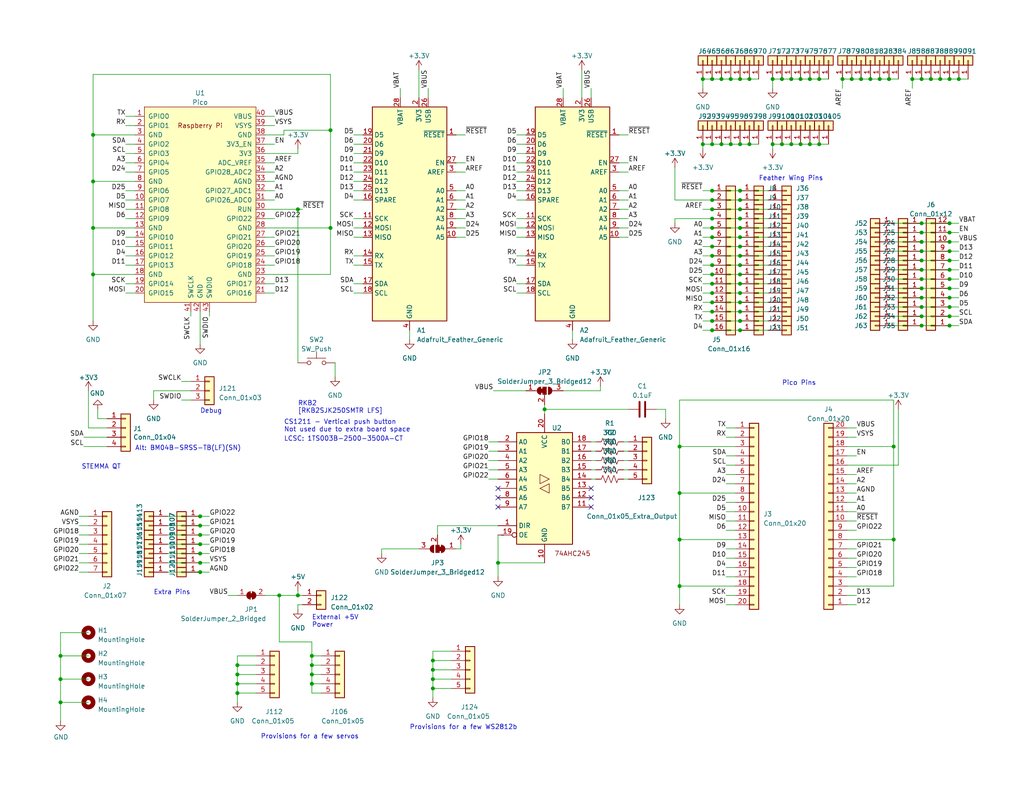
<source format=kicad_sch>
(kicad_sch (version 20230121) (generator eeschema)
  (paper "USLetter")
  (title_block (title "Proto Prop Duo") (date "2023-09-08") (rev "B") (company "Department of Alchemy"))
  (junction (at 218.44 21.59))
  (junction (at 118.11 185.42))
  (junction (at 251.46 81.28))
  (junction (at 194.31 77.47))
  (junction (at 16.51 185.42))
  (junction (at 259.08 68.58))
  (junction (at 196.85 39.37))
  (junction (at 194.31 21.59))
  (junction (at 234.95 21.59))
  (junction (at 85.09 184.15))
  (junction (at 251.46 66.04))
  (junction (at 118.11 180.34))
  (junction (at 64.77 186.69))
  (junction (at 16.51 191.77))
  (junction (at 259.08 71.12))
  (junction (at 259.08 86.36))
  (junction (at 259.08 60.96))
  (junction (at 220.98 21.59))
  (junction (at 201.93 57.15))
  (junction (at 259.08 73.66))
  (junction (at 194.31 64.77))
  (junction (at 185.42 147.32))
  (junction (at 215.9 39.37))
  (junction (at 259.08 63.5))
  (junction (at 191.77 21.59))
  (junction (at 25.4 62.23))
  (junction (at 54.61 146.05))
  (junction (at 232.41 21.59))
  (junction (at 240.03 21.59))
  (junction (at 201.93 74.93))
  (junction (at 194.31 67.31))
  (junction (at 242.57 21.59))
  (junction (at 248.92 21.59))
  (junction (at 259.08 76.2))
  (junction (at 64.77 181.61))
  (junction (at 194.31 80.01))
  (junction (at 199.39 21.59))
  (junction (at 194.31 74.93))
  (junction (at 194.31 87.63))
  (junction (at 194.31 85.09))
  (junction (at 54.61 148.59))
  (junction (at 194.31 72.39))
  (junction (at 25.4 36.83))
  (junction (at 54.61 151.13))
  (junction (at 254 21.59))
  (junction (at 201.93 59.69))
  (junction (at 194.31 62.23))
  (junction (at 243.84 147.32))
  (junction (at 201.93 69.85))
  (junction (at 199.39 39.37))
  (junction (at 201.93 39.37))
  (junction (at 210.82 39.37))
  (junction (at 220.98 39.37))
  (junction (at 251.46 21.59))
  (junction (at 251.46 68.58))
  (junction (at 85.09 179.07))
  (junction (at 64.77 189.23))
  (junction (at 81.28 57.15))
  (junction (at 251.46 63.5))
  (junction (at 194.31 39.37))
  (junction (at 251.46 86.36))
  (junction (at 201.93 77.47))
  (junction (at 229.87 21.59))
  (junction (at 201.93 85.09))
  (junction (at 251.46 83.82))
  (junction (at 191.77 39.37))
  (junction (at 251.46 60.96))
  (junction (at 201.93 52.07))
  (junction (at 259.08 78.74))
  (junction (at 118.11 187.96))
  (junction (at 218.44 39.37))
  (junction (at 194.31 59.69))
  (junction (at 81.28 162.56))
  (junction (at 196.85 21.59))
  (junction (at 259.08 66.04))
  (junction (at 54.61 156.21))
  (junction (at 185.42 134.62))
  (junction (at 259.08 21.59))
  (junction (at 259.08 88.9))
  (junction (at 213.36 39.37))
  (junction (at 64.77 184.15))
  (junction (at 185.42 160.02))
  (junction (at 251.46 73.66))
  (junction (at 90.17 35.56))
  (junction (at 201.93 54.61))
  (junction (at 261.62 21.59))
  (junction (at 201.93 80.01))
  (junction (at 201.93 67.31))
  (junction (at 76.2 162.56))
  (junction (at 213.36 21.59))
  (junction (at 237.49 21.59))
  (junction (at 194.31 69.85))
  (junction (at 85.09 186.69))
  (junction (at 194.31 90.17))
  (junction (at 210.82 21.59))
  (junction (at 223.52 39.37))
  (junction (at 54.61 140.97))
  (junction (at 201.93 72.39))
  (junction (at 194.31 82.55))
  (junction (at 256.54 21.59))
  (junction (at 215.9 21.59))
  (junction (at 204.47 39.37))
  (junction (at 54.61 143.51))
  (junction (at 251.46 76.2))
  (junction (at 118.11 182.88))
  (junction (at 25.4 74.93))
  (junction (at 204.47 21.59))
  (junction (at 201.93 64.77))
  (junction (at 251.46 71.12))
  (junction (at 201.93 90.17))
  (junction (at 90.17 62.23))
  (junction (at 194.31 54.61))
  (junction (at 259.08 81.28))
  (junction (at 223.52 21.59))
  (junction (at 54.61 153.67))
  (junction (at 16.51 179.07))
  (junction (at 259.08 83.82))
  (junction (at 201.93 82.55))
  (junction (at 201.93 62.23))
  (junction (at 25.4 49.53))
  (junction (at 194.31 52.07))
  (junction (at 243.84 121.92))
  (junction (at 185.42 121.92))
  (junction (at 85.09 181.61))
  (junction (at 201.93 21.59))
  (junction (at 251.46 88.9))
  (junction (at 194.31 57.15))
  (junction (at 135.89 153.67))
  (junction (at 201.93 87.63))
  (junction (at 251.46 78.74))
  (junction (at 148.59 111.76))
  (no_connect (at 135.89 135.89))
  (no_connect (at 161.29 138.43))
  (no_connect (at 161.29 135.89))
  (no_connect (at 135.89 133.35))
  (no_connect (at 135.89 138.43))
  (no_connect (at 161.29 133.35))
  (wire (pts (xy 243.84 60.96) (xy 251.46 60.96)))
  (wire (pts (xy 69.85 189.23) (xy 64.77 189.23)))
  (wire (pts (xy 133.35 123.19) (xy 135.89 123.19)))
  (wire (pts (xy 140.97 69.85) (xy 143.51 69.85)))
  (wire (pts (xy 124.46 62.23) (xy 127 62.23)))
  (wire (pts (xy 96.52 59.69) (xy 99.06 59.69)))
  (wire (pts (xy 140.97 36.83) (xy 143.51 36.83)))
  (wire (pts (xy 148.59 110.49) (xy 148.59 111.76)))
  (wire (pts (xy 158.75 19.05) (xy 158.75 26.67)))
  (wire (pts (xy 231.14 162.56) (xy 233.68 162.56)))
  (wire (pts (xy 229.87 21.59) (xy 229.87 24.13)))
  (wire (pts (xy 22.86 121.92) (xy 29.21 121.92)))
  (wire (pts (xy 85.09 184.15) (xy 85.09 181.61)))
  (wire (pts (xy 25.4 49.53) (xy 25.4 62.23)))
  (wire (pts (xy 96.52 69.85) (xy 99.06 69.85)))
  (wire (pts (xy 231.14 127) (xy 245.11 127)))
  (wire (pts (xy 201.93 85.09) (xy 209.55 85.09)))
  (wire (pts (xy 114.3 19.05) (xy 114.3 26.67)))
  (wire (pts (xy 81.28 161.29) (xy 81.28 162.56)))
  (wire (pts (xy 96.52 64.77) (xy 99.06 64.77)))
  (wire (pts (xy 34.29 77.47) (xy 36.83 77.47)))
  (wire (pts (xy 191.77 90.17) (xy 194.31 90.17)))
  (wire (pts (xy 194.31 80.01) (xy 201.93 80.01)))
  (wire (pts (xy 87.63 189.23) (xy 85.09 189.23)))
  (wire (pts (xy 163.83 105.41) (xy 163.83 106.68)))
  (wire (pts (xy 231.14 149.86) (xy 233.68 149.86)))
  (wire (pts (xy 194.31 52.07) (xy 201.93 52.07)))
  (wire (pts (xy 168.91 46.99) (xy 171.45 46.99)))
  (wire (pts (xy 198.12 137.16) (xy 200.66 137.16)))
  (wire (pts (xy 201.93 80.01) (xy 209.55 80.01)))
  (wire (pts (xy 161.29 24.13) (xy 161.29 26.67)))
  (wire (pts (xy 259.08 78.74) (xy 261.62 78.74)))
  (wire (pts (xy 259.08 68.58) (xy 261.62 68.58)))
  (wire (pts (xy 231.14 144.78) (xy 233.68 144.78)))
  (wire (pts (xy 81.28 165.1) (xy 82.55 165.1)))
  (wire (pts (xy 181.61 111.76) (xy 181.61 114.3)))
  (wire (pts (xy 104.14 151.13) (xy 104.14 149.86)))
  (wire (pts (xy 57.15 146.05) (xy 54.61 146.05)))
  (wire (pts (xy 168.91 57.15) (xy 171.45 57.15)))
  (wire (pts (xy 198.12 144.78) (xy 200.66 144.78)))
  (wire (pts (xy 198.12 132.08) (xy 200.66 132.08)))
  (wire (pts (xy 259.08 60.96) (xy 261.62 60.96)))
  (wire (pts (xy 125.73 149.86) (xy 125.73 148.59)))
  (wire (pts (xy 34.29 80.01) (xy 36.83 80.01)))
  (wire (pts (xy 57.15 153.67) (xy 54.61 153.67)))
  (wire (pts (xy 57.15 140.97) (xy 54.61 140.97)))
  (wire (pts (xy 170.18 123.19) (xy 171.45 123.19)))
  (wire (pts (xy 96.52 44.45) (xy 99.06 44.45)))
  (wire (pts (xy 231.14 154.94) (xy 233.68 154.94)))
  (wire (pts (xy 185.42 121.92) (xy 185.42 134.62)))
  (wire (pts (xy 231.14 142.24) (xy 233.68 142.24)))
  (wire (pts (xy 251.46 21.59) (xy 254 21.59)))
  (wire (pts (xy 87.63 181.61) (xy 85.09 181.61)))
  (wire (pts (xy 96.52 36.83) (xy 99.06 36.83)))
  (wire (pts (xy 210.82 39.37) (xy 213.36 39.37)))
  (wire (pts (xy 34.29 34.29) (xy 36.83 34.29)))
  (wire (pts (xy 45.72 146.05) (xy 54.61 146.05)))
  (wire (pts (xy 259.08 86.36) (xy 261.62 86.36)))
  (wire (pts (xy 198.12 127) (xy 200.66 127)))
  (wire (pts (xy 25.4 20.32) (xy 25.4 36.83)))
  (wire (pts (xy 191.77 52.07) (xy 194.31 52.07)))
  (wire (pts (xy 210.82 39.37) (xy 210.82 40.64)))
  (wire (pts (xy 64.77 181.61) (xy 64.77 184.15)))
  (wire (pts (xy 123.19 182.88) (xy 118.11 182.88)))
  (wire (pts (xy 256.54 21.59) (xy 259.08 21.59)))
  (wire (pts (xy 54.61 156.21) (xy 57.15 156.21)))
  (wire (pts (xy 243.84 78.74) (xy 251.46 78.74)))
  (wire (pts (xy 245.11 127) (xy 245.11 111.76)))
  (wire (pts (xy 259.08 88.9) (xy 261.62 88.9)))
  (wire (pts (xy 34.29 31.75) (xy 36.83 31.75)))
  (wire (pts (xy 201.93 52.07) (xy 209.55 52.07)))
  (wire (pts (xy 194.31 59.69) (xy 184.15 59.69)))
  (wire (pts (xy 231.14 124.46) (xy 233.68 124.46)))
  (wire (pts (xy 16.51 179.07) (xy 16.51 185.42)))
  (wire (pts (xy 170.18 125.73) (xy 171.45 125.73)))
  (wire (pts (xy 199.39 21.59) (xy 201.93 21.59)))
  (wire (pts (xy 64.77 189.23) (xy 64.77 191.77)))
  (wire (pts (xy 243.84 86.36) (xy 251.46 86.36)))
  (wire (pts (xy 191.77 21.59) (xy 191.77 24.13)))
  (wire (pts (xy 198.12 116.84) (xy 200.66 116.84)))
  (wire (pts (xy 194.31 72.39) (xy 201.93 72.39)))
  (wire (pts (xy 191.77 21.59) (xy 194.31 21.59)))
  (wire (pts (xy 218.44 39.37) (xy 220.98 39.37)))
  (wire (pts (xy 198.12 139.7) (xy 200.66 139.7)))
  (wire (pts (xy 72.39 57.15) (xy 81.28 57.15)))
  (wire (pts (xy 57.15 148.59) (xy 54.61 148.59)))
  (wire (pts (xy 25.4 74.93) (xy 25.4 87.63)))
  (wire (pts (xy 119.38 143.51) (xy 135.89 143.51)))
  (wire (pts (xy 96.52 80.01) (xy 99.06 80.01)))
  (wire (pts (xy 135.89 146.05) (xy 135.89 153.67)))
  (wire (pts (xy 191.77 69.85) (xy 194.31 69.85)))
  (wire (pts (xy 170.18 128.27) (xy 171.45 128.27)))
  (wire (pts (xy 215.9 21.59) (xy 218.44 21.59)))
  (wire (pts (xy 72.39 49.53) (xy 74.93 49.53)))
  (wire (pts (xy 243.84 68.58) (xy 251.46 68.58)))
  (wire (pts (xy 198.12 149.86) (xy 200.66 149.86)))
  (wire (pts (xy 168.91 44.45) (xy 171.45 44.45)))
  (wire (pts (xy 34.29 64.77) (xy 36.83 64.77)))
  (wire (pts (xy 45.72 140.97) (xy 54.61 140.97)))
  (wire (pts (xy 16.51 179.07) (xy 24.13 179.07)))
  (wire (pts (xy 201.93 87.63) (xy 209.55 87.63)))
  (wire (pts (xy 116.84 24.13) (xy 116.84 26.67)))
  (wire (pts (xy 140.97 80.01) (xy 143.51 80.01)))
  (wire (pts (xy 218.44 21.59) (xy 220.98 21.59)))
  (wire (pts (xy 49.53 109.22) (xy 52.07 109.22)))
  (wire (pts (xy 201.93 39.37) (xy 204.47 39.37)))
  (wire (pts (xy 96.52 39.37) (xy 99.06 39.37)))
  (wire (pts (xy 49.53 104.14) (xy 52.07 104.14)))
  (wire (pts (xy 168.91 54.61) (xy 171.45 54.61)))
  (wire (pts (xy 156.21 90.17) (xy 156.21 92.71)))
  (wire (pts (xy 201.93 57.15) (xy 209.55 57.15)))
  (wire (pts (xy 229.87 21.59) (xy 232.41 21.59)))
  (wire (pts (xy 45.72 148.59) (xy 54.61 148.59)))
  (wire (pts (xy 21.59 146.05) (xy 24.13 146.05)))
  (wire (pts (xy 194.31 67.31) (xy 201.93 67.31)))
  (wire (pts (xy 198.12 124.46) (xy 200.66 124.46)))
  (wire (pts (xy 198.12 154.94) (xy 200.66 154.94)))
  (wire (pts (xy 69.85 181.61) (xy 64.77 181.61)))
  (wire (pts (xy 191.77 80.01) (xy 194.31 80.01)))
  (wire (pts (xy 123.19 187.96) (xy 118.11 187.96)))
  (wire (pts (xy 153.67 24.13) (xy 153.67 26.67)))
  (wire (pts (xy 234.95 21.59) (xy 237.49 21.59)))
  (wire (pts (xy 191.77 82.55) (xy 194.31 82.55)))
  (wire (pts (xy 198.12 119.38) (xy 200.66 119.38)))
  (wire (pts (xy 21.59 148.59) (xy 24.13 148.59)))
  (wire (pts (xy 194.31 59.69) (xy 201.93 59.69)))
  (wire (pts (xy 72.39 46.99) (xy 74.93 46.99)))
  (wire (pts (xy 194.31 82.55) (xy 201.93 82.55)))
  (wire (pts (xy 243.84 81.28) (xy 251.46 81.28)))
  (wire (pts (xy 201.93 74.93) (xy 209.55 74.93)))
  (wire (pts (xy 191.77 64.77) (xy 194.31 64.77)))
  (wire (pts (xy 231.14 132.08) (xy 233.68 132.08)))
  (wire (pts (xy 201.93 67.31) (xy 209.55 67.31)))
  (wire (pts (xy 72.39 52.07) (xy 74.93 52.07)))
  (wire (pts (xy 34.29 72.39) (xy 36.83 72.39)))
  (wire (pts (xy 191.77 67.31) (xy 194.31 67.31)))
  (wire (pts (xy 133.35 120.65) (xy 135.89 120.65)))
  (wire (pts (xy 133.35 125.73) (xy 135.89 125.73)))
  (wire (pts (xy 259.08 73.66) (xy 261.62 73.66)))
  (wire (pts (xy 34.29 52.07) (xy 36.83 52.07)))
  (wire (pts (xy 85.09 175.26) (xy 76.2 175.26)))
  (wire (pts (xy 259.08 21.59) (xy 261.62 21.59)))
  (wire (pts (xy 123.19 177.8) (xy 118.11 177.8)))
  (wire (pts (xy 185.42 134.62) (xy 185.42 147.32)))
  (wire (pts (xy 259.08 83.82) (xy 261.62 83.82)))
  (wire (pts (xy 34.29 57.15) (xy 36.83 57.15)))
  (wire (pts (xy 194.31 57.15) (xy 201.93 57.15)))
  (wire (pts (xy 34.29 39.37) (xy 36.83 39.37)))
  (wire (pts (xy 191.77 39.37) (xy 191.77 40.64)))
  (wire (pts (xy 231.14 116.84) (xy 233.68 116.84)))
  (wire (pts (xy 124.46 149.86) (xy 125.73 149.86)))
  (wire (pts (xy 96.52 54.61) (xy 99.06 54.61)))
  (wire (pts (xy 251.46 66.04) (xy 259.08 66.04)))
  (wire (pts (xy 201.93 21.59) (xy 204.47 21.59)))
  (wire (pts (xy 64.77 184.15) (xy 64.77 186.69)))
  (wire (pts (xy 198.12 157.48) (xy 200.66 157.48)))
  (wire (pts (xy 81.28 166.37) (xy 81.28 165.1)))
  (wire (pts (xy 124.46 64.77) (xy 127 64.77)))
  (wire (pts (xy 243.84 73.66) (xy 251.46 73.66)))
  (wire (pts (xy 52.07 85.09) (xy 52.07 86.36)))
  (wire (pts (xy 251.46 73.66) (xy 259.08 73.66)))
  (wire (pts (xy 41.91 106.68) (xy 41.91 109.22)))
  (wire (pts (xy 243.84 71.12) (xy 251.46 71.12)))
  (wire (pts (xy 223.52 21.59) (xy 226.06 21.59)))
  (wire (pts (xy 111.76 90.17) (xy 111.76 92.71)))
  (wire (pts (xy 24.13 172.72) (xy 16.51 172.72)))
  (wire (pts (xy 201.93 72.39) (xy 209.55 72.39)))
  (wire (pts (xy 25.4 62.23) (xy 25.4 74.93)))
  (wire (pts (xy 231.14 157.48) (xy 233.68 157.48)))
  (wire (pts (xy 201.93 82.55) (xy 209.55 82.55)))
  (wire (pts (xy 140.97 64.77) (xy 143.51 64.77)))
  (wire (pts (xy 210.82 21.59) (xy 213.36 21.59)))
  (wire (pts (xy 24.13 106.68) (xy 24.13 116.84)))
  (wire (pts (xy 259.08 63.5) (xy 261.62 63.5)))
  (wire (pts (xy 194.31 54.61) (xy 201.93 54.61)))
  (wire (pts (xy 72.39 36.83) (xy 77.47 36.83)))
  (wire (pts (xy 194.31 85.09) (xy 201.93 85.09)))
  (wire (pts (xy 72.39 59.69) (xy 74.93 59.69)))
  (wire (pts (xy 251.46 86.36) (xy 259.08 86.36)))
  (wire (pts (xy 119.38 143.51) (xy 119.38 146.05)))
  (wire (pts (xy 185.42 121.92) (xy 200.66 121.92)))
  (wire (pts (xy 16.51 191.77) (xy 16.51 196.85)))
  (wire (pts (xy 96.52 62.23) (xy 99.06 62.23)))
  (wire (pts (xy 72.39 72.39) (xy 74.93 72.39)))
  (wire (pts (xy 87.63 179.07) (xy 85.09 179.07)))
  (wire (pts (xy 185.42 147.32) (xy 200.66 147.32)))
  (wire (pts (xy 185.42 147.32) (xy 185.42 160.02)))
  (wire (pts (xy 254 21.59) (xy 256.54 21.59)))
  (wire (pts (xy 118.11 182.88) (xy 118.11 185.42)))
  (wire (pts (xy 45.72 153.67) (xy 54.61 153.67)))
  (wire (pts (xy 261.62 21.59) (xy 264.16 21.59)))
  (wire (pts (xy 191.77 72.39) (xy 194.31 72.39)))
  (wire (pts (xy 231.14 134.62) (xy 233.68 134.62)))
  (wire (pts (xy 69.85 186.69) (xy 64.77 186.69)))
  (wire (pts (xy 231.14 119.38) (xy 233.68 119.38)))
  (wire (pts (xy 251.46 88.9) (xy 259.08 88.9)))
  (wire (pts (xy 201.93 59.69) (xy 209.55 59.69)))
  (wire (pts (xy 140.97 54.61) (xy 143.51 54.61)))
  (wire (pts (xy 185.42 134.62) (xy 200.66 134.62)))
  (wire (pts (xy 251.46 71.12) (xy 259.08 71.12)))
  (wire (pts (xy 135.89 153.67) (xy 135.89 157.48)))
  (wire (pts (xy 237.49 21.59) (xy 240.03 21.59)))
  (wire (pts (xy 259.08 81.28) (xy 261.62 81.28)))
  (wire (pts (xy 96.52 41.91) (xy 99.06 41.91)))
  (wire (pts (xy 57.15 85.09) (xy 57.15 86.36)))
  (wire (pts (xy 231.14 147.32) (xy 243.84 147.32)))
  (wire (pts (xy 72.39 162.56) (xy 76.2 162.56)))
  (wire (pts (xy 191.77 57.15) (xy 194.31 57.15)))
  (wire (pts (xy 69.85 184.15) (xy 64.77 184.15)))
  (wire (pts (xy 81.28 57.15) (xy 81.28 99.06)))
  (wire (pts (xy 194.31 74.93) (xy 201.93 74.93)))
  (wire (pts (xy 251.46 76.2) (xy 259.08 76.2)))
  (wire (pts (xy 179.07 111.76) (xy 181.61 111.76)))
  (wire (pts (xy 231.14 152.4) (xy 233.68 152.4)))
  (wire (pts (xy 87.63 186.69) (xy 85.09 186.69)))
  (wire (pts (xy 34.29 54.61) (xy 36.83 54.61)))
  (wire (pts (xy 34.29 41.91) (xy 36.83 41.91)))
  (wire (pts (xy 124.46 52.07) (xy 127 52.07)))
  (wire (pts (xy 64.77 186.69) (xy 64.77 189.23)))
  (wire (pts (xy 57.15 143.51) (xy 54.61 143.51)))
  (wire (pts (xy 185.42 160.02) (xy 185.42 165.1)))
  (wire (pts (xy 16.51 185.42) (xy 24.13 185.42)))
  (wire (pts (xy 201.93 64.77) (xy 209.55 64.77)))
  (wire (pts (xy 168.91 62.23) (xy 171.45 62.23)))
  (wire (pts (xy 34.29 46.99) (xy 36.83 46.99)))
  (wire (pts (xy 36.83 74.93) (xy 25.4 74.93)))
  (wire (pts (xy 16.51 185.42) (xy 16.51 191.77)))
  (wire (pts (xy 90.17 35.56) (xy 90.17 20.32)))
  (wire (pts (xy 220.98 39.37) (xy 223.52 39.37)))
  (wire (pts (xy 243.84 147.32) (xy 243.84 121.92)))
  (wire (pts (xy 194.31 39.37) (xy 196.85 39.37)))
  (wire (pts (xy 251.46 83.82) (xy 259.08 83.82)))
  (wire (pts (xy 140.97 62.23) (xy 143.51 62.23)))
  (wire (pts (xy 243.84 109.22) (xy 185.42 109.22)))
  (wire (pts (xy 124.46 54.61) (xy 127 54.61)))
  (wire (pts (xy 201.93 54.61) (xy 209.55 54.61)))
  (wire (pts (xy 124.46 46.99) (xy 127 46.99)))
  (wire (pts (xy 96.52 46.99) (xy 99.06 46.99)))
  (wire (pts (xy 240.03 21.59) (xy 242.57 21.59)))
  (wire (pts (xy 210.82 21.59) (xy 210.82 24.13)))
  (wire (pts (xy 34.29 44.45) (xy 36.83 44.45)))
  (wire (pts (xy 72.39 77.47) (xy 74.93 77.47)))
  (wire (pts (xy 21.59 143.51) (xy 24.13 143.51)))
  (wire (pts (xy 232.41 21.59) (xy 234.95 21.59)))
  (wire (pts (xy 140.97 44.45) (xy 143.51 44.45)))
  (wire (pts (xy 64.77 179.07) (xy 64.77 181.61)))
  (wire (pts (xy 109.22 24.13) (xy 109.22 26.67)))
  (wire (pts (xy 54.61 85.09) (xy 54.61 93.98)))
  (wire (pts (xy 163.83 106.68) (xy 153.67 106.68)))
  (wire (pts (xy 199.39 39.37) (xy 201.93 39.37)))
  (wire (pts (xy 194.31 64.77) (xy 201.93 64.77)))
  (wire (pts (xy 90.17 74.93) (xy 90.17 62.23)))
  (wire (pts (xy 201.93 69.85) (xy 209.55 69.85)))
  (wire (pts (xy 36.83 62.23) (xy 25.4 62.23)))
  (wire (pts (xy 69.85 179.07) (xy 64.77 179.07)))
  (wire (pts (xy 194.31 21.59) (xy 196.85 21.59)))
  (wire (pts (xy 72.39 39.37) (xy 74.93 39.37)))
  (wire (pts (xy 72.39 80.01) (xy 74.93 80.01)))
  (wire (pts (xy 45.72 151.13) (xy 54.61 151.13)))
  (wire (pts (xy 191.77 87.63) (xy 194.31 87.63)))
  (wire (pts (xy 198.12 142.24) (xy 200.66 142.24)))
  (wire (pts (xy 21.59 140.97) (xy 24.13 140.97)))
  (wire (pts (xy 123.19 180.34) (xy 118.11 180.34)))
  (wire (pts (xy 140.97 72.39) (xy 143.51 72.39)))
  (wire (pts (xy 243.84 63.5) (xy 251.46 63.5)))
  (wire (pts (xy 72.39 31.75) (xy 74.93 31.75)))
  (wire (pts (xy 96.52 77.47) (xy 99.06 77.47)))
  (wire (pts (xy 191.77 77.47) (xy 194.31 77.47)))
  (wire (pts (xy 251.46 63.5) (xy 259.08 63.5)))
  (wire (pts (xy 191.77 62.23) (xy 194.31 62.23)))
  (wire (pts (xy 77.47 36.83) (xy 77.47 35.56)))
  (wire (pts (xy 81.28 57.15) (xy 82.55 57.15)))
  (wire (pts (xy 194.31 54.61) (xy 184.15 54.61)))
  (wire (pts (xy 25.4 36.83) (xy 25.4 49.53)))
  (wire (pts (xy 248.92 21.59) (xy 251.46 21.59)))
  (wire (pts (xy 118.11 187.96) (xy 118.11 190.5)))
  (wire (pts (xy 72.39 44.45) (xy 74.93 44.45)))
  (wire (pts (xy 213.36 39.37) (xy 215.9 39.37)))
  (wire (pts (xy 140.97 41.91) (xy 143.51 41.91)))
  (wire (pts (xy 85.09 179.07) (xy 85.09 175.26)))
  (wire (pts (xy 90.17 62.23) (xy 90.17 35.56)))
  (wire (pts (xy 204.47 21.59) (xy 207.01 21.59)))
  (wire (pts (xy 34.29 67.31) (xy 36.83 67.31)))
  (wire (pts (xy 72.39 62.23) (xy 90.17 62.23)))
  (wire (pts (xy 194.31 87.63) (xy 201.93 87.63)))
  (wire (pts (xy 194.31 69.85) (xy 201.93 69.85)))
  (wire (pts (xy 243.84 121.92) (xy 243.84 109.22)))
  (wire (pts (xy 242.57 21.59) (xy 245.11 21.59)))
  (wire (pts (xy 87.63 184.15) (xy 85.09 184.15)))
  (wire (pts (xy 36.83 36.83) (xy 25.4 36.83)))
  (wire (pts (xy 85.09 186.69) (xy 85.09 184.15)))
  (wire (pts (xy 24.13 116.84) (xy 29.21 116.84)))
  (wire (pts (xy 194.31 62.23) (xy 201.93 62.23)))
  (wire (pts (xy 220.98 21.59) (xy 223.52 21.59)))
  (wire (pts (xy 259.08 71.12) (xy 261.62 71.12)))
  (wire (pts (xy 81.28 162.56) (xy 82.55 162.56)))
  (wire (pts (xy 231.14 129.54) (xy 233.68 129.54)))
  (wire (pts (xy 251.46 68.58) (xy 259.08 68.58)))
  (wire (pts (xy 140.97 49.53) (xy 143.51 49.53)))
  (wire (pts (xy 231.14 121.92) (xy 243.84 121.92)))
  (wire (pts (xy 96.52 52.07) (xy 99.06 52.07)))
  (wire (pts (xy 118.11 185.42) (xy 118.11 187.96)))
  (wire (pts (xy 90.17 20.32) (xy 25.4 20.32)))
  (wire (pts (xy 251.46 78.74) (xy 259.08 78.74)))
  (wire (pts (xy 201.93 77.47) (xy 209.55 77.47)))
  (wire (pts (xy 148.59 111.76) (xy 148.59 113.03)))
  (wire (pts (xy 72.39 69.85) (xy 74.93 69.85)))
  (wire (pts (xy 21.59 153.67) (xy 24.13 153.67)))
  (wire (pts (xy 243.84 76.2) (xy 251.46 76.2)))
  (wire (pts (xy 198.12 129.54) (xy 200.66 129.54)))
  (wire (pts (xy 123.19 185.42) (xy 118.11 185.42)))
  (wire (pts (xy 231.14 137.16) (xy 233.68 137.16)))
  (wire (pts (xy 191.77 74.93) (xy 194.31 74.93)))
  (wire (pts (xy 124.46 36.83) (xy 127 36.83)))
  (wire (pts (xy 140.97 46.99) (xy 143.51 46.99)))
  (wire (pts (xy 62.23 162.56) (xy 64.77 162.56)))
  (wire (pts (xy 34.29 69.85) (xy 36.83 69.85)))
  (wire (pts (xy 231.14 139.7) (xy 233.68 139.7)))
  (wire (pts (xy 45.72 143.51) (xy 54.61 143.51)))
  (wire (pts (xy 168.91 52.07) (xy 171.45 52.07)))
  (wire (pts (xy 16.51 172.72) (xy 16.51 179.07)))
  (wire (pts (xy 248.92 21.59) (xy 248.92 24.13)))
  (wire (pts (xy 168.91 36.83) (xy 171.45 36.83)))
  (wire (pts (xy 72.39 64.77) (xy 74.93 64.77)))
  (wire (pts (xy 259.08 66.04) (xy 261.62 66.04)))
  (wire (pts (xy 161.29 130.81) (xy 162.56 130.81)))
  (wire (pts (xy 72.39 74.93) (xy 90.17 74.93)))
  (wire (pts (xy 118.11 177.8) (xy 118.11 180.34)))
  (wire (pts (xy 251.46 81.28) (xy 259.08 81.28)))
  (wire (pts (xy 140.97 77.47) (xy 143.51 77.47)))
  (wire (pts (xy 135.89 153.67) (xy 148.59 153.67)))
  (wire (pts (xy 72.39 54.61) (xy 74.93 54.61)))
  (wire (pts (xy 134.62 106.68) (xy 143.51 106.68)))
  (wire (pts (xy 26.67 114.3) (xy 26.67 111.76)))
  (wire (pts (xy 243.84 83.82) (xy 251.46 83.82)))
  (wire (pts (xy 231.14 165.1) (xy 233.68 165.1)))
  (wire (pts (xy 243.84 160.02) (xy 243.84 147.32)))
  (wire (pts (xy 243.84 88.9) (xy 251.46 88.9)))
  (wire (pts (xy 194.31 77.47) (xy 201.93 77.47)))
  (wire (pts (xy 161.29 128.27) (xy 162.56 128.27)))
  (wire (pts (xy 118.11 180.34) (xy 118.11 182.88)))
  (wire (pts (xy 21.59 151.13) (xy 24.13 151.13)))
  (wire (pts (xy 76.2 162.56) (xy 81.28 162.56)))
  (wire (pts (xy 140.97 39.37) (xy 143.51 39.37)))
  (wire (pts (xy 213.36 21.59) (xy 215.9 21.59)))
  (wire (pts (xy 201.93 62.23) (xy 209.55 62.23)))
  (wire (pts (xy 81.28 41.91) (xy 72.39 41.91)))
  (wire (pts (xy 184.15 54.61) (xy 184.15 45.72)))
  (wire (pts (xy 72.39 34.29) (xy 74.93 34.29)))
  (wire (pts (xy 243.84 66.04) (xy 251.46 66.04)))
  (wire (pts (xy 215.9 39.37) (xy 218.44 39.37)))
  (wire (pts (xy 21.59 156.21) (xy 24.13 156.21)))
  (wire (pts (xy 52.07 106.68) (xy 41.91 106.68)))
  (wire (pts (xy 161.29 125.73) (xy 162.56 125.73)))
  (wire (pts (xy 223.52 39.37) (xy 226.06 39.37)))
  (wire (pts (xy 45.72 156.21) (xy 54.61 156.21)))
  (wire (pts (xy 124.46 44.45) (xy 127 44.45)))
  (wire (pts (xy 168.91 64.77) (xy 171.45 64.77)))
  (wire (pts (xy 170.18 120.65) (xy 171.45 120.65)))
  (wire (pts (xy 231.14 160.02) (xy 243.84 160.02)))
  (wire (pts (xy 161.29 123.19) (xy 162.56 123.19)))
  (wire (pts (xy 81.28 40.64) (xy 81.28 41.91)))
  (wire (pts (xy 204.47 39.37) (xy 207.01 39.37)))
  (wire (pts (xy 96.52 49.53) (xy 99.06 49.53)))
  (wire (pts (xy 77.47 35.56) (xy 90.17 35.56)))
  (wire (pts (xy 196.85 21.59) (xy 199.39 21.59)))
  (wire (pts (xy 198.12 165.1) (xy 200.66 165.1)))
  (wire (pts (xy 85.09 189.23) (xy 85.09 186.69)))
  (wire (pts (xy 191.77 39.37) (xy 194.31 39.37)))
  (wire (pts (xy 185.42 109.22) (xy 185.42 121.92)))
  (wire (pts (xy 198.12 152.4) (xy 200.66 152.4)))
  (wire (pts (xy 85.09 181.61) (xy 85.09 179.07)))
  (wire (pts (xy 124.46 57.15) (xy 127 57.15)))
  (wire (pts (xy 22.86 119.38) (xy 29.21 119.38)))
  (wire (pts (xy 91.44 99.06) (xy 91.44 102.87)))
  (wire (pts (xy 133.35 130.81) (xy 135.89 130.81)))
  (wire (pts (xy 161.29 120.65) (xy 162.56 120.65)))
  (wire (pts (xy 140.97 52.07) (xy 143.51 52.07)))
  (wire (pts (xy 34.29 59.69) (xy 36.83 59.69)))
  (wire (pts (xy 96.52 72.39) (xy 99.06 72.39)))
  (wire (pts (xy 191.77 85.09) (xy 194.31 85.09)))
  (wire (pts (xy 148.59 111.76) (xy 171.45 111.76)))
  (wire (pts (xy 251.46 60.96) (xy 259.08 60.96)))
  (wire (pts (xy 168.91 59.69) (xy 171.45 59.69)))
  (wire (pts (xy 104.14 149.86) (xy 114.3 149.86)))
  (wire (pts (xy 140.97 59.69) (xy 143.51 59.69)))
  (wire (pts (xy 201.93 90.17) (xy 209.55 90.17)))
  (wire (pts (xy 76.2 175.26) (xy 76.2 162.56)))
  (wire (pts (xy 29.21 114.3) (xy 26.67 114.3)))
  (wire (pts (xy 196.85 39.37) (xy 199.39 39.37)))
  (wire (pts (xy 170.18 130.81) (xy 171.45 130.81)))
  (wire (pts (xy 16.51 191.77) (xy 24.13 191.77)))
  (wire (pts (xy 185.42 160.02) (xy 200.66 160.02)))
  (wire (pts (xy 124.46 59.69) (xy 127 59.69)))
  (wire (pts (xy 36.83 49.53) (xy 25.4 49.53)))
  (wire (pts (xy 184.15 59.69) (xy 184.15 60.96)))
  (wire (pts (xy 259.08 76.2) (xy 261.62 76.2)))
  (wire (pts (xy 72.39 67.31) (xy 74.93 67.31)))
  (wire (pts (xy 133.35 128.27) (xy 135.89 128.27)))
  (wire (pts (xy 198.12 162.56) (xy 200.66 162.56)))
  (wire (pts (xy 194.31 90.17) (xy 201.93 90.17)))
  (wire (pts (xy 57.15 151.13) (xy 54.61 151.13)))
  (text "External +5V\nPower" (at 85.09 171.45 0) (effects (font (size 1.27 1.27)) (justify left bottom)))
  (text "Debug" (at 54.61 113.03 0) (effects (font (size 1.27 1.27)) (justify left bottom)))
  (text "Extra Pins" (at 41.91 162.56 0) (effects (font (size 1.27 1.27)) (justify left bottom)))
  (text "RKB2\n[RKB2SJK250SMTR LFS]" (at 81.28 113.03 0) (effects (font (size 1.27 1.27)) (justify left bottom)))
  (text "Pico Pins" (at 213.36 105.41 0) (effects (font (size 1.27 1.27)) (justify left bottom)))
  (text "Provisions for a few servos" (at 71.12 201.93 0) (effects (font (size 1.27 1.27)) (justify left bottom)))
  (text "LCSC: 1TS003B-2500-3500A-CT" (at 77.47 120.65 0) (effects (font (size 1.27 1.27)) (justify left bottom)))
  (text "Alt: BM04B-SRSS-TB(LF)(SN)" (at 36.83 123.19 0) (effects (font (size 1.27 1.27)) (justify left bottom)))
  (text "Provisions for a few WS2812b" (at 111.76 199.39 0) (effects (font (size 1.27 1.27)) (justify left bottom)))
  (text "STEMMA QT" (at 33.02 128.27 0) (effects (font (size 1.27 1.27)) (justify right bottom)))
  (text "CS1211 - Vertical push button\nNot used due to extra board space" (at 77.47 118.11 0) (effects (font (size 1.27 1.27)) (justify left bottom)))
  (text "Feather Wing Pins" (at 207.01 49.53 0) (effects (font (size 1.27 1.27)) (justify left bottom)))
  (label "GPIO18" (at 133.35 120.65 180))
  (label "D5" (at 140.97 36.83 180))
  (label "D25" (at 191.77 74.93 180))
  (label "VSYS" (at 21.59 143.51 180))
  (label "SCK" (at 198.12 162.56 180))
  (label "SWDIO" (at 49.53 109.22 180))
  (label "~{RESET}" (at 233.68 142.24 0))
  (label "AREF" (at 233.68 129.54 0))
  (label "AGND" (at 21.59 140.97 180))
  (label "D11" (at 261.62 73.66 0))
  (label "D11" (at 140.97 46.99 180))
  (label "MISO" (at 96.52 64.77 180))
  (label "D9" (at 140.97 41.91 180))
  (label "SCK" (at 140.97 59.69 180))
  (label "SDA" (at 34.29 39.37 180))
  (label "VBAT" (at 261.62 60.96 0))
  (label "VSYS" (at 74.93 34.29 0))
  (label "RX" (at 191.77 85.09 180))
  (label "TX" (at 34.29 31.75 180))
  (label "A3" (at 191.77 69.85 180))
  (label "GPIO21" (at 233.68 149.86 0))
  (label "SDA" (at 96.52 77.47 180))
  (label "A2" (at 191.77 67.31 180))
  (label "GPIO21" (at 57.15 143.51 0))
  (label "SCK" (at 96.52 59.69 180))
  (label "GPIO22" (at 57.15 140.97 0))
  (label "~{RESET}" (at 191.77 52.07 180))
  (label "D24" (at 127 62.23 0))
  (label "VBUS" (at 261.62 66.04 0))
  (label "SCL" (at 22.86 121.92 180))
  (label "SCL" (at 140.97 80.01 180))
  (label "D5" (at 261.62 83.82 0))
  (label "SWCLK" (at 52.07 86.36 270))
  (label "GPIO20" (at 21.59 151.13 180))
  (label "GPIO22" (at 233.68 144.78 0))
  (label "SDA" (at 22.86 119.38 180))
  (label "GPIO21" (at 133.35 128.27 180))
  (label "MOSI" (at 198.12 165.1 180))
  (label "GPIO20" (at 233.68 152.4 0))
  (label "A2" (at 171.45 57.15 0))
  (label "EN" (at 233.68 124.46 0))
  (label "AREF" (at 248.92 24.13 270))
  (label "A0" (at 191.77 62.23 180))
  (label "MISO" (at 140.97 64.77 180))
  (label "SCL" (at 34.29 41.91 180))
  (label "D10" (at 34.29 67.31 180))
  (label "D24" (at 34.29 46.99 180))
  (label "~{RESET}" (at 127 36.83 0))
  (label "MISO" (at 191.77 82.55 180))
  (label "TX" (at 140.97 72.39 180))
  (label "D6" (at 198.12 144.78 180))
  (label "VBUS" (at 74.93 31.75 0))
  (label "D24" (at 198.12 132.08 180))
  (label "GPIO22" (at 21.59 156.21 180))
  (label "D6" (at 34.29 59.69 180))
  (label "VBAT" (at 109.22 24.13 90))
  (label "AREF" (at 74.93 44.45 0))
  (label "SDA" (at 140.97 77.47 180))
  (label "MOSI" (at 34.29 80.01 180))
  (label "EN" (at 171.45 44.45 0))
  (label "GPIO18" (at 74.93 72.39 0))
  (label "VBAT" (at 153.67 24.13 90))
  (label "D13" (at 233.68 162.56 0))
  (label "A0" (at 74.93 54.61 0))
  (label "GPIO20" (at 133.35 125.73 180))
  (label "D10" (at 140.97 44.45 180))
  (label "D5" (at 198.12 139.7 180))
  (label "GPIO22" (at 74.93 59.69 0))
  (label "D4" (at 198.12 154.94 180))
  (label "A1" (at 74.93 52.07 0))
  (label "D13" (at 74.93 77.47 0))
  (label "MOSI" (at 191.77 80.01 180))
  (label "AGND" (at 57.15 156.21 0))
  (label "SDA" (at 198.12 124.46 180))
  (label "A3" (at 34.29 44.45 180))
  (label "SWDIO" (at 57.15 86.36 270))
  (label "D6" (at 261.62 81.28 0))
  (label "SWCLK" (at 49.53 104.14 180))
  (label "D6" (at 96.52 39.37 180))
  (label "D12" (at 233.68 165.1 0))
  (label "A3" (at 198.12 129.54 180))
  (label "GPIO19" (at 57.15 148.59 0))
  (label "SCL" (at 261.62 86.36 0))
  (label "GPIO19" (at 133.35 123.19 180))
  (label "EN" (at 74.93 39.37 0))
  (label "GPIO21" (at 21.59 153.67 180))
  (label "SCK" (at 34.29 77.47 180))
  (label "A1" (at 171.45 54.61 0))
  (label "SDA" (at 261.62 88.9 0))
  (label "D25" (at 198.12 137.16 180))
  (label "TX" (at 96.52 72.39 180))
  (label "AREF" (at 171.45 46.99 0))
  (label "A0" (at 233.68 139.7 0))
  (label "D9" (at 198.12 149.86 180))
  (label "AGND" (at 233.68 134.62 0))
  (label "AREF" (at 191.77 57.15 180))
  (label "MISO" (at 34.29 57.15 180))
  (label "EN" (at 261.62 63.5 0))
  (label "A1" (at 127 54.61 0))
  (label "D12" (at 96.52 49.53 180))
  (label "D9" (at 34.29 64.77 180))
  (label "~{RESET}" (at 171.45 36.83 0))
  (label "D24" (at 171.45 62.23 0))
  (label "D6" (at 140.97 39.37 180))
  (label "GPIO20" (at 74.93 67.31 0))
  (label "D4" (at 34.29 69.85 180))
  (label "D25" (at 34.29 52.07 180))
  (label "VBUS" (at 233.68 116.84 0))
  (label "VBUS" (at 161.29 24.13 90))
  (label "A3" (at 127 59.69 0))
  (label "GPIO18" (at 21.59 146.05 180))
  (label "SCL" (at 96.52 80.01 180))
  (label "D4" (at 96.52 54.61 180))
  (label "MISO" (at 198.12 142.24 180))
  (label "D4" (at 140.97 54.61 180))
  (label "MOSI" (at 96.52 62.23 180))
  (label "GPIO18" (at 57.15 151.13 0))
  (label "EN" (at 127 44.45 0))
  (label "RX" (at 96.52 69.85 180))
  (label "VSYS" (at 233.68 119.38 0))
  (label "D5" (at 96.52 36.83 180))
  (label "D11" (at 34.29 72.39 180))
  (label "TX" (at 198.12 116.84 180))
  (label "GPIO19" (at 21.59 148.59 180))
  (label "AREF" (at 127 46.99 0))
  (label "D12" (at 140.97 49.53 180))
  (label "D13" (at 96.52 52.07 180))
  (label "A2" (at 233.68 132.08 0))
  (label "D10" (at 198.12 152.4 180))
  (label "GPIO22" (at 133.35 130.81 180))
  (label "D12" (at 261.62 71.12 0))
  (label "D11" (at 96.52 46.99 180))
  (label "D13" (at 261.62 68.58 0))
  (label "GPIO19" (at 233.68 154.94 0))
  (label "~{RESET}" (at 82.55 57.15 0))
  (label "RX" (at 198.12 119.38 180))
  (label "D12" (at 74.93 80.01 0))
  (label "A3" (at 171.45 59.69 0))
  (label "D10" (at 96.52 44.45 180))
  (label "D4" (at 191.77 90.17 180))
  (label "VSYS" (at 57.15 153.67 0))
  (label "AREF" (at 229.87 24.13 270))
  (label "SCK" (at 191.77 77.47 180))
  (label "GPIO20" (at 57.15 146.05 0))
  (label "MOSI" (at 140.97 62.23 180))
  (label "A1" (at 233.68 137.16 0))
  (label "D24" (at 191.77 72.39 180))
  (label "RX" (at 140.97 69.85 180))
  (label "VBUS" (at 134.62 106.68 180))
  (label "RX" (at 34.29 34.29 180))
  (label "AGND" (at 74.93 49.53 0))
  (label "D10" (at 261.62 76.2 0))
  (label "GPIO21" (at 74.93 64.77 0))
  (label "D13" (at 140.97 52.07 180))
  (label "A1" (at 191.77 64.77 180))
  (label "D9" (at 96.52 41.91 180))
  (label "D5" (at 34.29 54.61 180))
  (label "GPIO18" (at 233.68 157.48 0))
  (label "D25" (at 127 64.77 0))
  (label "GPIO19" (at 74.93 69.85 0))
  (label "D11" (at 198.12 157.48 180))
  (label "VBUS" (at 116.84 24.13 90))
  (label "A2" (at 74.93 46.99 0))
  (label "A0" (at 127 52.07 0))
  (label "D25" (at 171.45 64.77 0))
  (label "TX" (at 191.77 87.63 180))
  (label "A0" (at 171.45 52.07 0))
  (label "VBUS" (at 62.23 162.56 180))
  (label "D9" (at 261.62 78.74 0))
  (label "A2" (at 127 57.15 0))
  (label "SCL" (at 198.12 127 180))
  (symbol (lib_id "Device:R_US") (at 166.37 120.65 90) (unit 1)
    (property "Reference" "R1" (at 166.37 115.57 90))
    (property "Value" "300" (at 166.37 118.11 90))
    (property "Footprint" "Resistor_SMD:R_0603_1608Metric_Pad0.98x0.95mm_HandSolder" (effects hide))
  )
  (symbol (lib_id "Connector_Generic:Conn_01x01") (at 40.64 143.51 180) (unit 1)
    (property "Reference" "J114" (at 38.1 144.78 90) (effects (justify right)))
    (property "Value" "Conn_01x01" (effects hide))
    (property "Footprint" "Department of Alchemy:Grid Hole" (effects hide))
  )
  (symbol (lib_id "Connector_Generic:Conn_01x01") (at 194.31 16.51 90) (unit 1)
    (property "Reference" "J65" (at 193.04 13.97 90) (effects (justify right)))
    (property "Value" "Conn_01x01" (effects hide))
    (property "Footprint" "Department of Alchemy:Grid Hole" (effects hide))
  )
  (symbol (lib_id "Connector_Generic:Conn_01x01") (at 214.63 69.85 0) (unit 1)
    (property "Reference" "J43" (at 217.17 69.215 0) (effects (justify left)))
    (property "Value" "Conn_01x01" (effects hide))
    (property "Footprint" "Department of Alchemy:Grid Hole" (effects hide))
  )
  (symbol (lib_id "Device:R_US") (at 166.37 123.19 90) (unit 1)
    (property "Reference" "R2" (at 166.37 118.11 90))
    (property "Value" "300" (at 166.37 120.65 90))
    (property "Footprint" "Resistor_SMD:R_0603_1608Metric_Pad0.98x0.95mm_HandSolder" (effects hide))
  )
  (symbol (lib_id "Connector_Generic:Conn_01x01") (at 40.64 156.21 180) (unit 1)
    (property "Reference" "J119" (at 38.1 157.48 90) (effects (justify right)))
    (property "Value" "Conn_01x01" (effects hide))
    (property "Footprint" "Department of Alchemy:Grid Hole" (effects hide))
  )
  (symbol (lib_id "Connector_Generic:Conn_01x01") (at 214.63 85.09 0) (unit 1)
    (property "Reference" "J49" (at 217.17 84.455 0) (effects (justify left)))
    (property "Value" "Conn_01x01" (effects hide))
    (property "Footprint" "Department of Alchemy:Grid Hole" (effects hide))
  )
  (symbol (lib_id "Connector_Generic:Conn_01x01") (at 201.93 16.51 90) (unit 1)
    (property "Reference" "J68" (at 200.66 13.97 90) (effects (justify right)))
    (property "Value" "Conn_01x01" (effects hide))
    (property "Footprint" "Department of Alchemy:Grid Hole" (effects hide))
  )
  (symbol (lib_id "power:GND") (at 104.14 151.13 0) (unit 1)
    (property "Reference" "#PWR027" (effects hide))
    (property "Value" "GND" (at 104.14 156.21 0))
  )
  (symbol (lib_id "Connector_Generic:Conn_01x01") (at 238.76 68.58 180) (unit 1)
    (property "Reference" "J55" (at 234.95 68.58 0))
    (property "Value" "Conn_01x01" (effects hide))
    (property "Footprint" "Department of Alchemy:Grid Hole" (effects hide))
  )
  (symbol (lib_id "Connector_Generic:Conn_01x01") (at 220.98 16.51 90) (unit 1)
    (property "Reference" "J75" (at 219.71 13.97 90) (effects (justify right)))
    (property "Value" "Conn_01x01" (effects hide))
    (property "Footprint" "Department of Alchemy:Grid Hole" (effects hide))
  )
  (symbol (lib_id "Mechanical:MountingHole") (at 24.13 191.77 0) (unit 1)
    (property "Reference" "H4" (at 26.67 191.135 0) (effects (justify left)))
    (property "Value" "MountingHole" (at 26.67 193.675 0) (effects (justify left)))
    (property "Footprint" "MountingHole:MountingHole_2.2mm_M2_ISO14580" (effects hide))
  )
  (symbol (lib_id "Connector_Generic:Conn_01x01") (at 207.01 59.69 0) (unit 1)
    (property "Reference" "J11" (at 209.55 59.055 0) (effects (justify left)))
    (property "Value" "Conn_01x01" (effects hide))
    (property "Footprint" "Department of Alchemy:Grid Hole" (effects hide))
  )
  (symbol (lib_id "Connector_Generic:Conn_01x01") (at 238.76 88.9 180) (unit 1)
    (property "Reference" "J63" (at 234.95 88.9 0))
    (property "Value" "Conn_01x01" (effects hide))
    (property "Footprint" "Department of Alchemy:Grid Hole" (effects hide))
  )
  (symbol (lib_id "Connector_Generic:Conn_01x01") (at 259.08 16.51 90) (unit 1)
    (property "Reference" "J89" (at 257.81 13.97 90) (effects (justify right)))
    (property "Value" "Conn_01x01" (effects hide))
    (property "Footprint" "Department of Alchemy:Grid Hole" (effects hide))
  )
  (symbol (lib_id "Connector_Generic:Conn_01x01") (at 49.53 156.21 180) (unit 1)
    (property "Reference" "J120" (at 46.99 157.48 90) (effects (justify right)))
    (property "Value" "Conn_01x01" (effects hide))
    (property "Footprint" "Department of Alchemy:Grid Hole" (effects hide))
  )
  (symbol (lib_id "Connector_Generic:Conn_01x01") (at 207.01 82.55 0) (unit 1)
    (property "Reference" "J20" (at 209.55 81.915 0) (effects (justify left)))
    (property "Value" "Conn_01x01" (effects hide))
    (property "Footprint" "Department of Alchemy:Grid Hole" (effects hide))
  )
  (symbol (lib_id "Connector_Generic:Conn_01x01") (at 256.54 16.51 90) (unit 1)
    (property "Reference" "J88" (at 255.27 13.97 90) (effects (justify right)))
    (property "Value" "Conn_01x01" (effects hide))
    (property "Footprint" "Department of Alchemy:Grid Hole" (effects hide))
  )
  (symbol (lib_name "+3.3V_1") (lib_id "power:+3.3V") (at 184.15 45.72 0) (unit 1)
    (property "Reference" "#PWR012" (effects hide))
    (property "Value" "+3.3V" (at 184.15 41.91 0))
  )
  (symbol (lib_id "power:GND") (at 26.67 111.76 180) (unit 1)
    (property "Reference" "#PWR05" (effects hide))
    (property "Value" "GND" (at 26.543 107.3658 0))
  )
  (symbol (lib_name "+3.3V_1") (lib_id "power:+3.3V") (at 158.75 19.05 0) (unit 1)
    (property "Reference" "#PWR06" (effects hide))
    (property "Value" "+3.3V" (at 158.75 15.24 0))
  )
  (symbol (lib_id "Connector_Generic:Conn_01x20") (at 226.06 142.24 180) (unit 1)
    (property "Reference" "J4" (at 226.06 111.76 0))
    (property "Value" "Conn_01x20" (at 226.06 114.3 0))
    (property "Footprint" "Connector_PinHeader_2.54mm:PinHeader_1x20_P2.54mm_Vertical" (effects hide))
  )
  (symbol (lib_id "Connector_Generic:Conn_01x01") (at 207.01 77.47 0) (unit 1)
    (property "Reference" "J18" (at 209.55 76.835 0) (effects (justify left)))
    (property "Value" "Conn_01x01" (effects hide))
    (property "Footprint" "Department of Alchemy:Grid Hole" (effects hide))
  )
  (symbol (lib_id "power:GND") (at 111.76 92.71 0) (unit 1)
    (property "Reference" "#PWR07" (effects hide))
    (property "Value" "GND" (at 111.76 97.79 0))
  )
  (symbol (lib_id "Connector_Generic:Conn_01x01") (at 246.38 83.82 180) (unit 1)
    (property "Reference" "J33" (at 242.57 83.82 0))
    (property "Value" "Conn_01x01" (effects hide))
    (property "Footprint" "Department of Alchemy:Grid Hole" (effects hide))
  )
  (symbol (lib_id "Connector_Generic:Conn_01x01") (at 214.63 90.17 0) (unit 1)
    (property "Reference" "J51" (at 217.17 89.535 0) (effects (justify left)))
    (property "Value" "Conn_01x01" (effects hide))
    (property "Footprint" "Department of Alchemy:Grid Hole" (effects hide))
  )
  (symbol (lib_id "Device:R_US") (at 166.37 130.81 90) (unit 1)
    (property "Reference" "R5" (at 166.37 125.73 90))
    (property "Value" "300" (at 166.37 128.27 90))
    (property "Footprint" "Resistor_SMD:R_0603_1608Metric_Pad0.98x0.95mm_HandSolder" (effects hide))
  )
  (symbol (lib_id "Connector_Generic:Conn_01x01") (at 214.63 59.69 0) (unit 1)
    (property "Reference" "J39" (at 217.17 59.055 0) (effects (justify left)))
    (property "Value" "Conn_01x01" (effects hide))
    (property "Footprint" "Department of Alchemy:Grid Hole" (effects hide))
  )
  (symbol (lib_id "power:GND") (at 184.15 60.96 0) (unit 1)
    (property "Reference" "#PWR013" (effects hide))
    (property "Value" "GND" (at 184.15 66.04 0))
  )
  (symbol (lib_id "Connector_Generic:Conn_01x01") (at 196.85 16.51 90) (unit 1)
    (property "Reference" "J66" (at 195.58 13.97 90) (effects (justify right)))
    (property "Value" "Conn_01x01" (effects hide))
    (property "Footprint" "Department of Alchemy:Grid Hole" (effects hide))
  )
  (symbol (lib_id "Connector_Generic:Conn_01x01") (at 207.01 69.85 0) (unit 1)
    (property "Reference" "J15" (at 209.55 69.215 0) (effects (justify left)))
    (property "Value" "Conn_01x01" (effects hide))
    (property "Footprint" "Department of Alchemy:Grid Hole" (effects hide))
  )
  (symbol (lib_id "Connector_Generic:Conn_01x01") (at 49.53 148.59 180) (unit 1)
    (property "Reference" "J109" (at 46.99 149.86 90) (effects (justify right)))
    (property "Value" "Conn_01x01" (effects hide))
    (property "Footprint" "Department of Alchemy:Grid Hole" (effects hide))
  )
  (symbol (lib_id "Connector_Generic:Conn_01x01") (at 214.63 67.31 0) (unit 1)
    (property "Reference" "J42" (at 217.17 66.675 0) (effects (justify left)))
    (property "Value" "Conn_01x01" (effects hide))
    (property "Footprint" "Department of Alchemy:Grid Hole" (effects hide))
  )
  (symbol (lib_id "Connector_Generic:Conn_01x01") (at 40.64 146.05 180) (unit 1)
    (property "Reference" "J115" (at 38.1 147.32 90) (effects (justify right)))
    (property "Value" "Conn_01x01" (effects hide))
    (property "Footprint" "Department of Alchemy:Grid Hole" (effects hide))
  )
  (symbol (lib_id "Connector_Generic:Conn_01x01") (at 207.01 62.23 0) (unit 1)
    (property "Reference" "J12" (at 209.55 61.595 0) (effects (justify left)))
    (property "Value" "Conn_01x01" (effects hide))
    (property "Footprint" "Department of Alchemy:Grid Hole" (effects hide))
  )
  (symbol (lib_id "Connector_Generic:Conn_01x01") (at 246.38 78.74 180) (unit 1)
    (property "Reference" "J31" (at 242.57 78.74 0))
    (property "Value" "Conn_01x01" (effects hide))
    (property "Footprint" "Department of Alchemy:Grid Hole" (effects hide))
  )
  (symbol (lib_id "Connector_Generic:Conn_01x01") (at 49.53 140.97 180) (unit 1)
    (property "Reference" "J7" (at 46.99 142.24 90) (effects (justify right)))
    (property "Value" "Conn_01x01" (effects hide))
    (property "Footprint" "Department of Alchemy:Grid Hole" (effects hide))
  )
  (symbol (lib_id "power:GND") (at 156.21 92.71 0) (unit 1)
    (property "Reference" "#PWR08" (effects hide))
    (property "Value" "GND" (at 156.21 97.79 0))
  )
  (symbol (lib_id "Connector_Generic:Conn_01x01") (at 245.11 16.51 90) (unit 1)
    (property "Reference" "J84" (at 243.84 13.97 90) (effects (justify right)))
    (property "Value" "Conn_01x01" (effects hide))
    (property "Footprint" "Department of Alchemy:Grid Hole" (effects hide))
  )
  (symbol (lib_id "Connector_Generic:Conn_01x04") (at 34.29 116.84 0) (unit 1)
    (property "Reference" "J1" (at 36.322 117.0432 0) (effects (justify left)))
    (property "Value" "Conn_01x04" (at 36.322 119.3546 0) (effects (justify left)))
    (property "Footprint" "Connector_JST:JST_SH_SM04B-SRSS-TB_1x04-1MP_P1.00mm_Horizontal" (effects hide))
  )
  (symbol (lib_id "Connector_Generic:Conn_01x01") (at 238.76 78.74 180) (unit 1)
    (property "Reference" "J59" (at 234.95 78.74 0))
    (property "Value" "Conn_01x01" (effects hide))
    (property "Footprint" "Department of Alchemy:Grid Hole" (effects hide))
  )
  (symbol (lib_id "Connector_Generic:Conn_01x01") (at 218.44 34.29 90) (unit 1)
    (property "Reference" "J102" (at 217.17 31.75 90) (effects (justify right)))
    (property "Value" "Conn_01x01" (effects hide))
    (property "Footprint" "Department of Alchemy:Grid Hole" (effects hide))
  )
  (symbol (lib_id "power:GND") (at 54.61 93.98 0) (unit 1)
    (property "Reference" "#PWR020" (effects hide))
    (property "Value" "GND" (at 54.61 99.06 0))
  )
  (symbol (lib_id "Connector_Generic:Conn_01x01") (at 213.36 34.29 90) (unit 1)
    (property "Reference" "J100" (at 212.09 31.75 90) (effects (justify right)))
    (property "Value" "Conn_01x01" (effects hide))
    (property "Footprint" "Department of Alchemy:Grid Hole" (effects hide))
  )
  (symbol (lib_id "Connector_Generic:Conn_01x01") (at 246.38 76.2 180) (unit 1)
    (property "Reference" "J30" (at 242.57 76.2 0))
    (property "Value" "Conn_01x01" (effects hide))
    (property "Footprint" "Department of Alchemy:Grid Hole" (effects hide))
  )
  (symbol (lib_id "power:GND") (at 91.44 102.87 0) (unit 1)
    (property "Reference" "#PWR01" (effects hide))
    (property "Value" "GND" (at 91.44 107.95 0))
  )
  (symbol (lib_id "Connector_Generic:Conn_01x01") (at 207.01 85.09 0) (unit 1)
    (property "Reference" "J21" (at 209.55 84.455 0) (effects (justify left)))
    (property "Value" "Conn_01x01" (effects hide))
    (property "Footprint" "Department of Alchemy:Grid Hole" (effects hide))
  )
  (symbol (lib_id "RPi_Pico:Pico") (at 54.61 55.88 0) (unit 1)
    (property "Reference" "U1" (at 54.61 25.4 0))
    (property "Value" "Pico" (at 54.61 27.94 0))
    (property "Footprint" "Department of Alchemy:RPi_Pico_SMD_TH" (effects hide))
  )
  (symbol (lib_id "Connector_Generic:Conn_01x01") (at 238.76 83.82 180) (unit 1)
    (property "Reference" "J61" (at 234.95 83.82 0))
    (property "Value" "Conn_01x01" (effects hide))
    (property "Footprint" "Department of Alchemy:Grid Hole" (effects hide))
  )
  (symbol (lib_id "power:GND") (at 41.91 109.22 0) (unit 1)
    (property "Reference" "#PWR021" (effects hide))
    (property "Value" "GND" (at 41.91 114.3 0))
  )
  (symbol (lib_id "Connector_Generic:Conn_01x01") (at 207.01 54.61 0) (unit 1)
    (property "Reference" "J9" (at 209.55 53.975 0) (effects (justify left)))
    (property "Value" "Conn_01x01" (effects hide))
    (property "Footprint" "Department of Alchemy:Grid Hole" (effects hide))
  )
  (symbol (lib_id "Connector_Generic:Conn_01x01") (at 246.38 60.96 180) (unit 1)
    (property "Reference" "J24" (at 242.57 60.96 0))
    (property "Value" "Conn_01x01" (effects hide))
    (property "Footprint" "Department of Alchemy:Grid Hole" (effects hide))
  )
  (symbol (lib_id "Connector_Generic:Conn_01x01") (at 207.01 80.01 0) (unit 1)
    (property "Reference" "J19" (at 209.55 79.375 0) (effects (justify left)))
    (property "Value" "Conn_01x01" (effects hide))
    (property "Footprint" "Department of Alchemy:Grid Hole" (effects hide))
  )
  (symbol (lib_id "Connector_Generic:Conn_01x01") (at 210.82 16.51 90) (unit 1)
    (property "Reference" "J71" (at 209.55 13.97 90) (effects (justify right)))
    (property "Value" "Conn_01x01" (effects hide))
    (property "Footprint" "Department of Alchemy:Grid Hole" (effects hide))
  )
  (symbol (lib_name "+3.3V_1") (lib_id "power:+3.3V") (at 210.82 40.64 180) (unit 1)
    (property "Reference" "#PWR018" (effects hide))
    (property "Value" "+3.3V" (at 210.82 45.72 0))
  )
  (symbol (lib_id "Connector_Generic:Conn_01x01") (at 229.87 16.51 90) (unit 1)
    (property "Reference" "J78" (at 228.6 13.97 90) (effects (justify right)))
    (property "Value" "Conn_01x01" (effects hide))
    (property "Footprint" "Department of Alchemy:Grid Hole" (effects hide))
  )
  (symbol (lib_id "power:GND") (at 191.77 24.13 0) (unit 1)
    (property "Reference" "#PWR015" (effects hide))
    (property "Value" "GND" (at 191.77 29.21 0))
  )
  (symbol (lib_id "Connector_Generic:Conn_01x01") (at 207.01 52.07 0) (unit 1)
    (property "Reference" "J8" (at 209.55 51.435 0) (effects (justify left)))
    (property "Value" "Conn_01x01" (effects hide))
    (property "Footprint" "Department of Alchemy:Grid Hole" (effects hide))
  )
  (symbol (lib_name "+3.3V_1") (lib_id "power:+3.3V") (at 125.73 148.59 0) (unit 1)
    (property "Reference" "#PWR026" (effects hide))
    (property "Value" "+3.3V" (at 125.73 144.78 0))
  )
  (symbol (lib_id "Connector_Generic:Conn_01x01") (at 207.01 16.51 90) (unit 1)
    (property "Reference" "J70" (at 205.74 13.97 90) (effects (justify right)))
    (property "Value" "Conn_01x01" (effects hide))
    (property "Footprint" "Department of Alchemy:Grid Hole" (effects hide))
  )
  (symbol (lib_id "Connector_Generic:Conn_01x01") (at 207.01 74.93 0) (unit 1)
    (property "Reference" "J17" (at 209.55 74.295 0) (effects (justify left)))
    (property "Value" "Conn_01x01" (effects hide))
    (property "Footprint" "Department of Alchemy:Grid Hole" (effects hide))
  )
  (symbol (lib_id "Connector_Generic:Conn_01x01") (at 201.93 34.29 90) (unit 1)
    (property "Reference" "J96" (at 200.66 31.75 90) (effects (justify right)))
    (property "Value" "Conn_01x01" (effects hide))
    (property "Footprint" "Department of Alchemy:Grid Hole" (effects hide))
  )
  (symbol (lib_id "Connector_Generic:Conn_01x01") (at 191.77 16.51 90) (unit 1)
    (property "Reference" "J64" (at 190.5 13.97 90) (effects (justify right)))
    (property "Value" "Conn_01x01" (effects hide))
    (property "Footprint" "Department of Alchemy:Grid Hole" (effects hide))
  )
  (symbol (lib_name "+3.3V_1") (lib_id "power:+3.3V") (at 163.83 105.41 0) (unit 1)
    (property "Reference" "#PWR024" (effects hide))
    (property "Value" "+3.3V" (at 163.83 101.6 0))
  )
  (symbol (lib_id "Connector_Generic:Conn_01x01") (at 246.38 88.9 180) (unit 1)
    (property "Reference" "J35" (at 242.57 88.9 0))
    (property "Value" "Conn_01x01" (effects hide))
    (property "Footprint" "Department of Alchemy:Grid Hole" (effects hide))
  )
  (symbol (lib_id "Connector_Generic:Conn_01x07") (at 29.21 148.59 0) (unit 1)
    (property "Reference" "J2" (at 27.94 160.02 0) (effects (justify left)))
    (property "Value" "Conn_01x07" (at 22.86 162.56 0) (effects (justify left)))
    (property "Footprint" "Connector_PinHeader_2.54mm:PinHeader_1x07_P2.54mm_Vertical" (effects hide))
  )
  (symbol (lib_id "Connector_Generic:Conn_01x01") (at 246.38 81.28 180) (unit 1)
    (property "Reference" "J32" (at 242.57 81.28 0))
    (property "Value" "Conn_01x01" (effects hide))
    (property "Footprint" "Department of Alchemy:Grid Hole" (effects hide))
  )
  (symbol (lib_id "Connector_Generic:Conn_01x01") (at 214.63 64.77 0) (unit 1)
    (property "Reference" "J41" (at 217.17 64.135 0) (effects (justify left)))
    (property "Value" "Conn_01x01" (effects hide))
    (property "Footprint" "Department of Alchemy:Grid Hole" (effects hide))
  )
  (symbol (lib_id "Connector_Generic:Conn_01x01") (at 246.38 73.66 180) (unit 1)
    (property "Reference" "J29" (at 242.57 73.66 0))
    (property "Value" "Conn_01x01" (effects hide))
    (property "Footprint" "Department of Alchemy:Grid Hole" (effects hide))
  )
  (symbol (lib_id "Connector_Generic:Conn_01x01") (at 204.47 16.51 90) (unit 1)
    (property "Reference" "J69" (at 203.2 13.97 90) (effects (justify right)))
    (property "Value" "Conn_01x01" (effects hide))
    (property "Footprint" "Department of Alchemy:Grid Hole" (effects hide))
  )
  (symbol (lib_id "Connector_Generic:Conn_01x01") (at 220.98 34.29 90) (unit 1)
    (property "Reference" "J103" (at 219.71 31.75 90) (effects (justify right)))
    (property "Value" "Conn_01x01" (effects hide))
    (property "Footprint" "Department of Alchemy:Grid Hole" (effects hide))
  )
  (symbol (lib_id "Device:R_US") (at 166.37 125.73 90) (unit 1)
    (property "Reference" "R3" (at 166.37 120.65 90))
    (property "Value" "300" (at 166.37 123.19 90))
    (property "Footprint" "Resistor_SMD:R_0603_1608Metric_Pad0.98x0.95mm_HandSolder" (effects hide))
  )
  (symbol (lib_id "Connector_Generic:Conn_01x01") (at 194.31 34.29 90) (unit 1)
    (property "Reference" "J93" (at 193.04 31.75 90) (effects (justify right)))
    (property "Value" "Conn_01x01" (effects hide))
    (property "Footprint" "Department of Alchemy:Grid Hole" (effects hide))
  )
  (symbol (lib_id "power:GND") (at 118.11 190.5 0) (unit 1)
    (property "Reference" "#PWR029" (effects hide))
    (property "Value" "GND" (at 118.11 195.58 0))
  )
  (symbol (lib_id "Connector_Generic:Conn_01x01") (at 223.52 16.51 90) (unit 1)
    (property "Reference" "J76" (at 222.25 13.97 90) (effects (justify right)))
    (property "Value" "Conn_01x01" (effects hide))
    (property "Footprint" "Department of Alchemy:Grid Hole" (effects hide))
  )
  (symbol (lib_id "Connector_Generic:Conn_01x02") (at 87.63 162.56 0) (unit 1)
    (property "Reference" "J122" (at 90.17 163.195 0) (effects (justify left)))
    (property "Value" "Conn_01x02" (at 90.17 165.735 0) (effects (justify left)))
    (property "Footprint" "Connector_PinHeader_2.54mm:PinHeader_1x02_P2.54mm_Vertical" (effects hide))
  )
  (symbol (lib_id "Connector_Generic:Conn_01x01") (at 238.76 73.66 180) (unit 1)
    (property "Reference" "J57" (at 234.95 73.66 0))
    (property "Value" "Conn_01x01" (effects hide))
    (property "Footprint" "Department of Alchemy:Grid Hole" (effects hide))
  )
  (symbol (lib_id "Connector_Generic:Conn_01x01") (at 226.06 16.51 90) (unit 1)
    (property "Reference" "J77" (at 224.79 13.97 90) (effects (justify right)))
    (property "Value" "Conn_01x01" (effects hide))
    (property "Footprint" "Department of Alchemy:Grid Hole" (effects hide))
  )
  (symbol (lib_id "Connector_Generic:Conn_01x01") (at 238.76 63.5 180) (unit 1)
    (property "Reference" "J53" (at 234.95 63.5 0))
    (property "Value" "Conn_01x01" (effects hide))
    (property "Footprint" "Department of Alchemy:Grid Hole" (effects hide))
  )
  (symbol (lib_id "Connector_Generic:Conn_01x01") (at 218.44 16.51 90) (unit 1)
    (property "Reference" "J74" (at 217.17 13.97 90) (effects (justify right)))
    (property "Value" "Conn_01x01" (effects hide))
    (property "Footprint" "Department of Alchemy:Grid Hole" (effects hide))
  )
  (symbol (lib_id "Connector_Generic:Conn_01x05") (at 176.53 125.73 0) (unit 1)
    (property "Reference" "J123" (at 173.99 135.89 0) (effects (justify left)))
    (property "Value" "Conn_01x05_Extra_Output" (at 160.02 140.97 0) (effects (justify left)))
    (property "Footprint" "Connector_PinHeader_2.54mm:PinHeader_1x05_P2.54mm_Vertical" (effects hide))
  )
  (symbol (lib_id "Connector_Generic:Conn_01x01") (at 196.85 34.29 90) (unit 1)
    (property "Reference" "J94" (at 195.58 31.75 90) (effects (justify right)))
    (property "Value" "Conn_01x01" (effects hide))
    (property "Footprint" "Department of Alchemy:Grid Hole" (effects hide))
  )
  (symbol (lib_id "Connector_Generic:Conn_01x01") (at 238.76 60.96 180) (unit 1)
    (property "Reference" "J52" (at 234.95 60.96 0))
    (property "Value" "Conn_01x01" (effects hide))
    (property "Footprint" "Department of Alchemy:Grid Hole" (effects hide))
  )
  (symbol (lib_id "Connector_Generic:Conn_01x01") (at 49.53 146.05 180) (unit 1)
    (property "Reference" "J108" (at 46.99 147.32 90) (effects (justify right)))
    (property "Value" "Conn_01x01" (effects hide))
    (property "Footprint" "Department of Alchemy:Grid Hole" (effects hide))
  )
  (symbol (lib_id "power:GND") (at 135.89 157.48 0) (unit 1)
    (property "Reference" "#PWR025" (effects hide))
    (property "Value" "GND" (at 135.89 162.56 0))
  )
  (symbol (lib_id "Connector_Generic:Conn_01x01") (at 210.82 34.29 90) (unit 1)
    (property "Reference" "J99" (at 209.55 31.75 90) (effects (justify right)))
    (property "Value" "Conn_01x01" (effects hide))
    (property "Footprint" "Department of Alchemy:Grid Hole" (effects hide))
  )
  (symbol (lib_id "Connector_Generic:Conn_01x01") (at 207.01 57.15 0) (unit 1)
    (property "Reference" "J10" (at 209.55 56.515 0) (effects (justify left)))
    (property "Value" "Conn_01x01" (effects hide))
    (property "Footprint" "Department of Alchemy:Grid Hole" (effects hide))
  )
  (symbol (lib_name "+3.3V_1") (lib_id "power:+3.3V") (at 245.11 111.76 0) (unit 1)
    (property "Reference" "#PWR011" (effects hide))
    (property "Value" "+3.3V" (at 245.11 107.95 0))
  )
  (symbol (lib_id "Connector_Generic:Conn_01x01") (at 240.03 16.51 90) (unit 1)
    (property "Reference" "J82" (at 238.76 13.97 90) (effects (justify right)))
    (property "Value" "Conn_01x01" (effects hide))
    (property "Footprint" "Department of Alchemy:Grid Hole" (effects hide))
  )
  (symbol (lib_id "Connector_Generic:Conn_01x01") (at 251.46 16.51 90) (unit 1)
    (property "Reference" "J86" (at 250.19 13.97 90) (effects (justify right)))
    (property "Value" "Conn_01x01" (effects hide))
    (property "Footprint" "Department of Alchemy:Grid Hole" (effects hide))
  )
  (symbol (lib_id "Connector_Generic:Conn_01x01") (at 238.76 71.12 180) (unit 1)
    (property "Reference" "J56" (at 234.95 71.12 0))
    (property "Value" "Conn_01x01" (effects hide))
    (property "Footprint" "Department of Alchemy:Grid Hole" (effects hide))
  )
  (symbol (lib_id "Connector_Generic:Conn_01x01") (at 207.01 90.17 0) (unit 1)
    (property "Reference" "J23" (at 209.55 89.535 0) (effects (justify left)))
    (property "Value" "Conn_01x01" (effects hide))
    (property "Footprint" "Department of Alchemy:Grid Hole" (effects hide))
  )
  (symbol (lib_id "Connector_Generic:Conn_01x01") (at 199.39 16.51 90) (unit 1)
    (property "Reference" "J67" (at 198.12 13.97 90) (effects (justify right)))
    (property "Value" "Conn_01x01" (effects hide))
    (property "Footprint" "Department of Alchemy:Grid Hole" (effects hide))
  )
  (symbol (lib_id "Connector_Generic:Conn_01x01") (at 207.01 72.39 0) (unit 1)
    (property "Reference" "J16" (at 209.55 71.755 0) (effects (justify left)))
    (property "Value" "Conn_01x01" (effects hide))
    (property "Footprint" "Department of Alchemy:Grid Hole" (effects hide))
  )
  (symbol (lib_id "Connector_Generic:Conn_01x01") (at 254 16.51 90) (unit 1)
    (property "Reference" "J87" (at 252.73 13.97 90) (effects (justify right)))
    (property "Value" "Conn_01x01" (effects hide))
    (property "Footprint" "Department of Alchemy:Grid Hole" (effects hide))
  )
  (symbol (lib_id "Connector_Generic:Conn_01x01") (at 264.16 16.51 90) (unit 1)
    (property "Reference" "J91" (at 262.89 13.97 90) (effects (justify right)))
    (property "Value" "Conn_01x01" (effects hide))
    (property "Footprint" "Department of Alchemy:Grid Hole" (effects hide))
  )
  (symbol (lib_id "Connector_Generic:Conn_01x01") (at 238.76 81.28 180) (unit 1)
    (property "Reference" "J60" (at 234.95 81.28 0))
    (property "Value" "Conn_01x01" (effects hide))
    (property "Footprint" "Department of Alchemy:Grid Hole" (effects hide))
  )
  (symbol (lib_id "Connector_Generic:Conn_01x01") (at 214.63 80.01 0) (unit 1)
    (property "Reference" "J47" (at 217.17 79.375 0) (effects (justify left)))
    (property "Value" "Conn_01x01" (effects hide))
    (property "Footprint" "Department of Alchemy:Grid Hole" (effects hide))
  )
  (symbol (lib_name "+3.3V_1") (lib_id "power:+3.3V") (at 81.28 40.64 0) (unit 1)
    (property "Reference" "#PWR02" (effects hide))
    (property "Value" "+3.3V" (at 81.28 36.83 0))
  )
  (symbol (lib_id "Connector_Generic:Conn_01x01") (at 204.47 34.29 90) (unit 1)
    (property "Reference" "J97" (at 203.2 31.75 90) (effects (justify right)))
    (property "Value" "Conn_01x01" (effects hide))
    (property "Footprint" "Department of Alchemy:Grid Hole" (effects hide))
  )
  (symbol (lib_id "Connector_Generic:Conn_01x01") (at 214.63 72.39 0) (unit 1)
    (property "Reference" "J44" (at 217.17 71.755 0) (effects (justify left)))
    (property "Value" "Conn_01x01" (effects hide))
    (property "Footprint" "Department of Alchemy:Grid Hole" (effects hide))
  )
  (symbol (lib_id "Mechanical:MountingHole") (at 24.13 172.72 0) (unit 1)
    (property "Reference" "H1" (at 26.67 172.085 0) (effects (justify left)))
    (property "Value" "MountingHole" (at 26.67 174.625 0) (effects (justify left)))
    (property "Footprint" "MountingHole:MountingHole_2.2mm_M2_ISO14580" (effects hide))
  )
  (symbol (lib_id "Connector_Generic:Conn_01x20") (at 205.74 139.7 0) (unit 1)
    (property "Reference" "J3" (at 208.28 140.335 0) (effects (justify left)))
    (property "Value" "Conn_01x20" (at 208.28 142.875 0) (effects (justify left)))
    (property "Footprint" "Connector_PinHeader_2.54mm:PinHeader_1x20_P2.54mm_Vertical" (effects hide))
  )
  (symbol (lib_id "Connector_Generic:Conn_01x01") (at 248.92 16.51 90) (unit 1)
    (property "Reference" "J85" (at 247.65 13.97 90) (effects (justify right)))
    (property "Value" "Conn_01x01" (effects hide))
    (property "Footprint" "Department of Alchemy:Grid Hole" (effects hide))
  )
  (symbol (lib_id "Connector_Generic:Conn_01x01") (at 214.63 74.93 0) (unit 1)
    (property "Reference" "J45" (at 217.17 74.295 0) (effects (justify left)))
    (property "Value" "Conn_01x01" (effects hide))
    (property "Footprint" "Department of Alchemy:Grid Hole" (effects hide))
  )
  (symbol (lib_id "Connector_Generic:Conn_01x16") (at 199.39 69.85 0) (unit 1)
    (property "Reference" "J5" (at 194.31 92.71 0) (effects (justify left)))
    (property "Value" "Conn_01x16" (at 193.04 95.25 0) (effects (justify left)))
    (property "Footprint" "Connector_PinHeader_2.54mm:PinHeader_1x16_P2.54mm_Vertical" (effects hide))
  )
  (symbol (lib_id "Connector_Generic:Conn_01x01") (at 40.64 151.13 180) (unit 1)
    (property "Reference" "J117" (at 38.1 152.4 90) (effects (justify right)))
    (property "Value" "Conn_01x01" (effects hide))
    (property "Footprint" "Department of Alchemy:Grid Hole" (effects hide))
  )
  (symbol (lib_id "Connector_Generic:Conn_01x01") (at 207.01 87.63 0) (unit 1)
    (property "Reference" "J22" (at 209.55 86.995 0) (effects (justify left)))
    (property "Value" "Conn_01x01" (effects hide))
    (property "Footprint" "Department of Alchemy:Grid Hole" (effects hide))
  )
  (symbol (lib_id "power:GND") (at 210.82 24.13 0) (unit 1)
    (property "Reference" "#PWR016" (effects hide))
    (property "Value" "GND" (at 210.82 29.21 0))
  )
  (symbol (lib_id "Connector_Generic:Conn_01x01") (at 238.76 86.36 180) (unit 1)
    (property "Reference" "J62" (at 234.95 86.36 0))
    (property "Value" "Conn_01x01" (effects hide))
    (property "Footprint" "Department of Alchemy:Grid Hole" (effects hide))
  )
  (symbol (lib_id "Connector_Generic:Conn_01x01") (at 246.38 71.12 180) (unit 1)
    (property "Reference" "J28" (at 242.57 71.12 0))
    (property "Value" "Conn_01x01" (effects hide))
    (property "Footprint" "Department of Alchemy:Grid Hole" (effects hide))
  )
  (symbol (lib_id "Connector_Generic:Conn_01x01") (at 207.01 34.29 90) (unit 1)
    (property "Reference" "J98" (at 205.74 31.75 90) (effects (justify right)))
    (property "Value" "Conn_01x01" (effects hide))
    (property "Footprint" "Department of Alchemy:Grid Hole" (effects hide))
  )
  (symbol (lib_name "+3.3V_1") (lib_id "power:+3.3V") (at 191.77 40.64 180) (unit 1)
    (property "Reference" "#PWR017" (effects hide))
    (property "Value" "+3.3V" (at 191.77 45.72 0))
  )
  (symbol (lib_id "Device:C") (at 175.26 111.76 90) (unit 1)
    (property "Reference" "C1" (at 175.26 105.41 90))
    (property "Value" "0.1uF" (at 175.26 107.95 90))
    (property "Footprint" "Capacitor_SMD:C_0603_1608Metric_Pad1.08x0.95mm_HandSolder" (effects hide))
  )
  (symbol (lib_id "Connector_Generic:Conn_01x01") (at 232.41 16.51 90) (unit 1)
    (property "Reference" "J79" (at 231.14 13.97 90) (effects (justify right)))
    (property "Value" "Conn_01x01" (effects hide))
    (property "Footprint" "Department of Alchemy:Grid Hole" (effects hide))
  )
  (symbol (lib_id "Connector_Generic:Conn_01x01") (at 246.38 68.58 180) (unit 1)
    (property "Reference" "J27" (at 242.57 68.58 0))
    (property "Value" "Conn_01x01" (effects hide))
    (property "Footprint" "Department of Alchemy:Grid Hole" (effects hide))
  )
  (symbol (lib_name "+3.3V_1") (lib_id "power:+3.3V") (at 114.3 19.05 0) (unit 1)
    (property "Reference" "#PWR03" (effects hide))
    (property "Value" "+3.3V" (at 114.3 15.24 0))
  )
  (symbol (lib_id "Connector_Generic:Conn_01x01") (at 214.63 52.07 0) (unit 1)
    (property "Reference" "J36" (at 217.17 51.435 0) (effects (justify left)))
    (property "Value" "Conn_01x01" (effects hide))
    (property "Footprint" "Department of Alchemy:Grid Hole" (effects hide))
  )
  (symbol (lib_id "Connector_Generic:Conn_01x01") (at 49.53 143.51 180) (unit 1)
    (property "Reference" "J107" (at 46.99 144.78 90) (effects (justify right)))
    (property "Value" "Conn_01x01" (effects hide))
    (property "Footprint" "Department of Alchemy:Grid Hole" (effects hide))
  )
  (symbol (lib_id "Connector_Generic:Conn_01x01") (at 261.62 16.51 90) (unit 1)
    (property "Reference" "J90" (at 260.35 13.97 90) (effects (justify right)))
    (property "Value" "Conn_01x01" (effects hide))
    (property "Footprint" "Department of Alchemy:Grid Hole" (effects hide))
  )
  (symbol (lib_id "Device:R_US") (at 166.37 128.27 90) (unit 1)
    (property "Reference" "R4" (at 166.37 123.19 90))
    (property "Value" "300" (at 166.37 125.73 90))
    (property "Footprint" "Resistor_SMD:R_0603_1608Metric_Pad0.98x0.95mm_HandSolder" (effects hide))
  )
  (symbol (lib_id "Connector_Generic:Conn_01x01") (at 214.63 87.63 0) (unit 1)
    (property "Reference" "J50" (at 217.17 86.995 0) (effects (justify left)))
    (property "Value" "Conn_01x01" (effects hide))
    (property "Footprint" "Department of Alchemy:Grid Hole" (effects hide))
  )
  (symbol (lib_id "Connector_Generic:Conn_01x01") (at 246.38 66.04 180) (unit 1)
    (property "Reference" "J26" (at 242.57 66.04 0))
    (property "Value" "Conn_01x01" (effects hide))
    (property "Footprint" "Department of Alchemy:Grid Hole" (effects hide))
  )
  (symbol (lib_id "Connector_Generic:Conn_01x05") (at 92.71 184.15 0) (unit 1)
    (property "Reference" "J106" (at 90.17 194.31 0) (effects (justify left)))
    (property "Value" "Conn_01x05" (at 87.63 196.85 0) (effects (justify left)))
    (property "Footprint" "Connector_PinHeader_2.54mm:PinHeader_1x05_P2.54mm_Vertical" (effects hide))
  )
  (symbol (lib_id "Connector_Generic:Conn_01x01") (at 215.9 34.29 90) (unit 1)
    (property "Reference" "J101" (at 214.63 31.75 90) (effects (justify right)))
    (property "Value" "Conn_01x01" (effects hide))
    (property "Footprint" "Department of Alchemy:Grid Hole" (effects hide))
  )
  (symbol (lib_id "Department of Alchemy:Adafruit_Feather_Generic") (at 111.76 57.15 0) (unit 1)
    (property "Reference" "A1" (at 113.7159 90.17 0) (effects (justify left)))
    (property "Value" "Adafruit_Feather_Generic" (at 113.7159 92.71 0) (effects (justify left)))
    (property "Footprint" "Department of Alchemy:Feather Pins" (effects hide))
    (property "Datasheet" "https://cdn-learn.adafruit.com/downloads/pdf/adafruit-feather.pdf" (effects hide))
  )
  (symbol (lib_id "Connector_Generic:Conn_01x01") (at 238.76 66.04 180) (unit 1)
    (property "Reference" "J54" (at 234.95 66.04 0))
    (property "Value" "Conn_01x01" (effects hide))
    (property "Footprint" "Department of Alchemy:Grid Hole" (effects hide))
  )
  (symbol (lib_id "Mechanical:MountingHole") (at 24.13 185.42 0) (unit 1)
    (property "Reference" "H3" (at 26.67 184.785 0) (effects (justify left)))
    (property "Value" "MountingHole" (at 26.67 187.325 0) (effects (justify left)))
    (property "Footprint" "MountingHole:MountingHole_2.2mm_M2_ISO14580" (effects hide))
  )
  (symbol (lib_id "Jumper:SolderJumper_2_Bridged") (at 68.58 162.56 0) (unit 1)
    (property "Reference" "JP1" (at 68.58 166.37 0))
    (property "Value" "SolderJumper_2_Bridged" (at 60.96 168.91 0))
    (property "Footprint" "Jumper:SolderJumper-2_P1.3mm_Bridged_Pad1.0x1.5mm" (effects hide))
  )
  (symbol (lib_id "Connector_Generic:Conn_01x01") (at 40.64 140.97 180) (unit 1)
    (property "Reference" "J113" (at 38.1 142.24 90) (effects (justify right)))
    (property "Value" "Conn_01x01" (effects hide))
    (property "Footprint" "Department of Alchemy:Grid Hole" (effects hide))
  )
  (symbol (lib_id "Connector_Generic:Conn_01x01") (at 246.38 86.36 180) (unit 1)
    (property "Reference" "J34" (at 242.57 86.36 0))
    (property "Value" "Conn_01x01" (effects hide))
    (property "Footprint" "Department of Alchemy:Grid Hole" (effects hide))
  )
  (symbol (lib_id "Connector_Generic:Conn_01x01") (at 234.95 16.51 90) (unit 1)
    (property "Reference" "J80" (at 233.68 13.97 90) (effects (justify right)))
    (property "Value" "Conn_01x01" (effects hide))
    (property "Footprint" "Department of Alchemy:Grid Hole" (effects hide))
  )
  (symbol (lib_id "Connector_Generic:Conn_01x01") (at 246.38 63.5 180) (unit 1)
    (property "Reference" "J25" (at 242.57 63.5 0))
    (property "Value" "Conn_01x01" (effects hide))
    (property "Footprint" "Department of Alchemy:Grid Hole" (effects hide))
  )
  (symbol (lib_id "power:+5V") (at 81.28 161.29 0) (unit 1)
    (property "Reference" "#PWR023" (effects hide))
    (property "Value" "+5V" (at 81.28 157.48 0))
  )
  (symbol (lib_id "Connector_Generic:Conn_01x03") (at 57.15 106.68 0) (unit 1)
    (property "Reference" "J121" (at 59.69 106.045 0) (effects (justify left)))
    (property "Value" "Conn_01x03" (at 59.69 108.585 0) (effects (justify left)))
    (property "Footprint" "Connector_PinHeader_2.54mm:PinHeader_1x03_P2.54mm_Vertical" (effects hide))
  )
  (symbol (lib_id "Connector_Generic:Conn_01x01") (at 223.52 34.29 90) (unit 1)
    (property "Reference" "J104" (at 222.25 31.75 90) (effects (justify right)))
    (property "Value" "Conn_01x01" (effects hide))
    (property "Footprint" "Department of Alchemy:Grid Hole" (effects hide))
  )
  (symbol (lib_id "Connector_Generic:Conn_01x01") (at 226.06 34.29 90) (unit 1)
    (property "Reference" "J105" (at 224.79 31.75 90) (effects (justify right)))
    (property "Value" "Conn_01x01" (effects hide))
    (property "Footprint" "Department of Alchemy:Grid Hole" (effects hide))
  )
  (symbol (lib_id "Connector_Generic:Conn_01x01") (at 238.76 76.2 180) (unit 1)
    (property "Reference" "J58" (at 234.95 76.2 0))
    (property "Value" "Conn_01x01" (effects hide))
    (property "Footprint" "Department of Alchemy:Grid Hole" (effects hide))
  )
  (symbol (lib_id "Connector_Generic:Conn_01x01") (at 214.63 57.15 0) (unit 1)
    (property "Reference" "J38" (at 217.17 56.515 0) (effects (justify left)))
    (property "Value" "Conn_01x01" (effects hide))
    (property "Footprint" "Department of Alchemy:Grid Hole" (effects hide))
  )
  (symbol (lib_id "Connector_Generic:Conn_01x01") (at 207.01 64.77 0) (unit 1)
    (property "Reference" "J13" (at 209.55 64.135 0) (effects (justify left)))
    (property "Value" "Conn_01x01" (effects hide))
    (property "Footprint" "Department of Alchemy:Grid Hole" (effects hide))
  )
  (symbol (lib_id "Jumper:SolderJumper_3_Bridged12") (at 148.59 106.68 0) (unit 1)
    (property "Reference" "JP2" (at 148.59 101.6 0))
    (property "Value" "SolderJumper_3_Bridged12" (at 148.59 104.14 0))
    (property "Footprint" "Jumper:SolderJumper-3_P1.3mm_Bridged12_Pad1.0x1.5mm" (effects hide))
  )
  (symbol (lib_id "Connector_Generic:Conn_01x01") (at 40.64 148.59 180) (unit 1)
    (property "Reference" "J116" (at 38.1 149.86 90) (effects (justify right)))
    (property "Value" "Conn_01x01" (effects hide))
    (property "Footprint" "Department of Alchemy:Grid Hole" (effects hide))
  )
  (symbol (lib_id "Connector_Generic:Conn_01x12") (at 254 76.2 180) (unit 1)
    (property "Reference" "J6" (at 254 55.88 0))
    (property "Value" "Conn_01x12" (at 254 58.42 0))
    (property "Footprint" "Connector_PinHeader_2.54mm:PinHeader_1x12_P2.54mm_Vertical" (effects hide))
  )
  (symbol (lib_id "power:GND") (at 81.28 166.37 0) (unit 1)
    (property "Reference" "#PWR022" (effects hide))
    (property "Value" "GND" (at 81.28 171.45 0))
  )
  (symbol (lib_id "power:GND") (at 16.51 196.85 0) (unit 1)
    (property "Reference" "#PWR014" (effects hide))
    (property "Value" "GND" (at 16.637 201.2442 0))
  )
  (symbol (lib_id "Connector_Generic:Conn_01x01") (at 214.63 54.61 0) (unit 1)
    (property "Reference" "J37" (at 217.17 53.975 0) (effects (justify left)))
    (property "Value" "Conn_01x01" (effects hide))
    (property "Footprint" "Department of Alchemy:Grid Hole" (effects hide))
  )
  (symbol (lib_id "power:GND") (at 25.4 87.63 0) (unit 1)
    (property "Reference" "#PWR09" (effects hide))
    (property "Value" "GND" (at 25.4 92.71 0))
  )
  (symbol (lib_id "Connector_Generic:Conn_01x01") (at 214.63 62.23 0) (unit 1)
    (property "Reference" "J40" (at 217.17 61.595 0) (effects (justify left)))
    (property "Value" "Conn_01x01" (effects hide))
    (property "Footprint" "Department of Alchemy:Grid Hole" (effects hide))
  )
  (symbol (lib_id "Mechanical:MountingHole") (at 24.13 179.07 0) (unit 1)
    (property "Reference" "H2" (at 26.67 178.435 0) (effects (justify left)))
    (property "Value" "MountingHole" (at 26.67 180.975 0) (effects (justify left)))
    (property "Footprint" "MountingHole:MountingHole_2.2mm_M2_ISO14580" (effects hide))
  )
  (symbol (lib_id "Connector_Generic:Conn_01x01") (at 191.77 34.29 90) (unit 1)
    (property "Reference" "J92" (at 190.5 31.75 90) (effects (justify right)))
    (property "Value" "Conn_01x01" (effects hide))
    (property "Footprint" "Department of Alchemy:Grid Hole" (effects hide))
  )
  (symbol (lib_id "Connector_Generic:Conn_01x01") (at 213.36 16.51 90) (unit 1)
    (property "Reference" "J72" (at 212.09 13.97 90) (effects (justify right)))
    (property "Value" "Conn_01x01" (effects hide))
    (property "Footprint" "Department of Alchemy:Grid Hole" (effects hide))
  )
  (symbol (lib_id "Connector_Generic:Conn_01x01") (at 214.63 77.47 0) (unit 1)
    (property "Reference" "J46" (at 217.17 76.835 0) (effects (justify left)))
    (property "Value" "Conn_01x01" (effects hide))
    (property "Footprint" "Department of Alchemy:Grid Hole" (effects hide))
  )
  (symbol (lib_id "Connector_Generic:Conn_01x01") (at 242.57 16.51 90) (unit 1)
    (property "Reference" "J83" (at 241.3 13.97 90) (effects (justify right)))
    (property "Value" "Conn_01x01" (effects hide))
    (property "Footprint" "Department of Alchemy:Grid Hole" (effects hide))
  )
  (symbol (lib_id "Department of Alchemy:Adafruit_Feather_Generic") (at 156.21 57.15 0) (unit 1)
    (property "Reference" "A2" (at 158.1659 90.17 0) (effects (justify left)))
    (property "Value" "Adafruit_Feather_Generic" (at 158.1659 92.71 0) (effects (justify left)))
    (property "Footprint" "Department of Alchemy:Feather Pins" (effects hide))
    (property "Datasheet" "https://cdn-learn.adafruit.com/downloads/pdf/adafruit-feather.pdf" (effects hide))
  )
  (symbol (lib_id "Jumper:SolderJumper_3_Bridged12") (at 119.38 149.86 180) (unit 1)
    (property "Reference" "JP3" (at 119.38 153.67 0))
    (property "Value" "SolderJumper_3_Bridged12" (at 119.38 156.21 0))
    (property "Footprint" "Jumper:SolderJumper-3_P1.3mm_Bridged12_Pad1.0x1.5mm" (effects hide))
  )
  (symbol (lib_id "power:GND") (at 181.61 114.3 0) (unit 1)
    (property "Reference" "#PWR028" (effects hide))
    (property "Value" "GND" (at 181.61 119.38 0))
  )
  (symbol (lib_id "Connector_Generic:Conn_01x01") (at 237.49 16.51 90) (unit 1)
    (property "Reference" "J81" (at 236.22 13.97 90) (effects (justify right)))
    (property "Value" "Conn_01x01" (effects hide))
    (property "Footprint" "Department of Alchemy:Grid Hole" (effects hide))
  )
  (symbol (lib_id "Connector_Generic:Conn_01x05") (at 128.27 182.88 0) (unit 1)
    (property "Reference" "J124" (at 125.73 193.04 0) (effects (justify left)))
    (property "Value" "Conn_01x05" (at 121.92 195.58 0) (effects (justify left)))
    (property "Footprint" "Connector_PinHeader_2.54mm:PinHeader_1x05_P2.54mm_Vertical" (effects hide))
  )
  (symbol (lib_id "power:+3.3V") (at 24.13 106.68 0) (unit 1)
    (property "Reference" "#PWR04" (effects hide))
    (property "Value" "+3.3V" (at 24.13 103.0755 0))
  )
  (symbol (lib_id "Connector_Generic:Conn_01x01") (at 199.39 34.29 90) (unit 1)
    (property "Reference" "J95" (at 198.12 31.75 90) (effects (justify right)))
    (property "Value" "Conn_01x01" (effects hide))
    (property "Footprint" "Department of Alchemy:Grid Hole" (effects hide))
  )
  (symbol (lib_id "power:GND") (at 185.42 165.1 0) (unit 1)
    (property "Reference" "#PWR010" (effects hide))
    (property "Value" "GND" (at 185.42 170.18 0))
  )
  (symbol (lib_id "Connector_Generic:Conn_01x01") (at 215.9 16.51 90) (unit 1)
    (property "Reference" "J73" (at 214.63 13.97 90) (effects (justify right)))
    (property "Value" "Conn_01x01" (effects hide))
    (property "Footprint" "Department of Alchemy:Grid Hole" (effects hide))
  )
  (symbol (lib_id "Switch:SW_Push") (at 86.36 99.06 0) (unit 1)
    (property "Reference" "SW2" (at 86.36 92.71 0))
    (property "Value" "SW_Push" (at 86.36 95.25 0))
    (property "Footprint" "Department of Alchemy:SW_Push_1P1T_NO_RKB2SJK250SMTR LFS" (effects hide))
  )
  (symbol (lib_id "Connector_Generic:Conn_01x01") (at 49.53 151.13 180) (unit 1)
    (property "Reference" "J110" (at 46.99 152.4 90) (effects (justify right)))
    (property "Value" "Conn_01x01" (effects hide))
    (property "Footprint" "Department of Alchemy:Grid Hole" (effects hide))
  )
  (symbol (lib_id "Connector_Generic:Conn_01x05") (at 74.93 184.15 0) (unit 1)
    (property "Reference" "J112" (at 72.39 194.31 0) (effects (justify left)))
    (property "Value" "Conn_01x05" (at 68.58 196.85 0) (effects (justify left)))
    (property "Footprint" "Connector_PinHeader_2.54mm:PinHeader_1x05_P2.54mm_Vertical" (effects hide))
  )
  (symbol (lib_id "Connector_Generic:Conn_01x01") (at 214.63 82.55 0) (unit 1)
    (property "Reference" "J48" (at 217.17 81.915 0) (effects (justify left)))
    (property "Value" "Conn_01x01" (effects hide))
    (property "Footprint" "Department of Alchemy:Grid Hole" (effects hide))
  )
  (symbol (lib_id "Department of Alchemy:74AHC245") (at 148.59 133.35 0) (unit 1)
    (property "Reference" "U2" (at 150.5459 116.84 0) (effects (justify left)))
    (property "Value" "~" (at 137.16 146.05 0))
    (property "Footprint" "Department of Alchemy:SOP65P640X120-20N" (effects hide))
    (property "Datasheet" "https://assets.nexperia.com/documents/data-sheet/74AHC_AHCT245.pdf" (effects hide))
  )
  (symbol (lib_id "power:GND") (at 64.77 191.77 0) (unit 1)
    (property "Reference" "#PWR019" (effects hide))
    (property "Value" "GND" (at 64.77 196.85 0))
  )
  (symbol (lib_id "Connector_Generic:Conn_01x01") (at 40.64 153.67 180) (unit 1)
    (property "Reference" "J118" (at 38.1 154.94 90) (effects (justify right)))
    (property "Value" "Conn_01x01" (effects hide))
    (property "Footprint" "Department of Alchemy:Grid Hole" (effects hide))
  )
  (symbol (lib_id "Connector_Generic:Conn_01x01") (at 207.01 67.31 0) (unit 1)
    (property "Reference" "J14" (at 209.55 66.675 0) (effects (justify left)))
    (property "Value" "Conn_01x01" (effects hide))
    (property "Footprint" "Department of Alchemy:Grid Hole" (effects hide))
  )
  (symbol (lib_id "Connector_Generic:Conn_01x01") (at 49.53 153.67 180) (unit 1)
    (property "Reference" "J111" (at 46.99 154.94 90) (effects (justify right)))
    (property "Value" "Conn_01x01" (effects hide))
    (property "Footprint" "Department of Alchemy:Grid Hole" (effects hide))
  )
)
</source>
